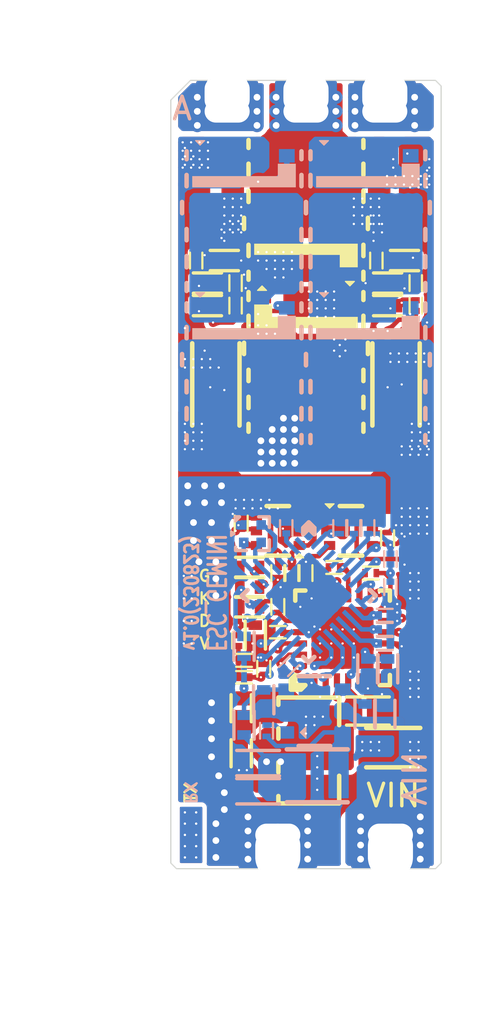
<source format=kicad_pcb>
(kicad_pcb (version 20221018) (generator pcbnew)
  (layers (0 "F.Cu" signal) (1 "In1.Cu" signal) (2 "In2.Cu" signal) (3 "In3.Cu" signal) (4 "In4.Cu" signal) (31 "B.Cu" signal) (34 "B.Paste" user) (35 "F.Paste" user) (36 "B.SilkS" user "B.Silkscreen") (37 "F.SilkS" user "F.Silkscreen") (38 "B.Mask" user) (39 "F.Mask" user) (44 "Edge.Cuts" user))
  (net 0 "")
  (net 1 "VBUS")
  (net 2 "GND")
  (net 3 "/CTRL/VBUS_SNS_U")
  (net 4 "Net-(U1A-~{RST})")
  (net 5 "/CTRL/BEMF_U")
  (net 6 "+3V3")
  (net 7 "/CTRL/BEMF")
  (net 8 "+6V")
  (net 9 "Net-(C27-Pad1)")
  (net 10 "Net-(U3-BST)")
  (net 11 "Net-(U3-SW)")
  (net 12 "/CTRL/VREF_U")
  (net 13 "/CTRL/PWM-CP")
  (net 14 "/CTRL/PWM-CN")
  (net 15 "/CTRL/PWM-BP")
  (net 16 "/CTRL/PWM-BN")
  (net 17 "/CTRL/PWM-AP")
  (net 18 "/CTRL/PWM-AN")
  (net 19 "Net-(U4-BST_C)")
  (net 20 "/CTRL/PHC")
  (net 21 "Net-(U4-BST_B)")
  (net 22 "/CTRL/PHB")
  (net 23 "Net-(U4-BST_A)")
  (net 24 "/CTRL/PHA")
  (net 25 "/CTRL/I_SNS_A")
  (net 26 "/CTRL/I_SNS_B")
  (net 27 "Net-(D1-Anode)")
  (net 28 "/CTRL/B")
  (net 29 "/CTRL/G")
  (net 30 "/CTRL/R")
  (net 31 "/CTRL/PWM_IN-P")
  (net 32 "/CTRL/PWM_IN-N")
  (net 33 "/CTRL/SWDIO")
  (net 34 "/CTRL/SWCLK")
  (net 35 "Net-(Q1-Gate)")
  (net 36 "Net-(Q2-Gate)")
  (net 37 "Net-(Q3-Gate)")
  (net 38 "Net-(Q4-Gate)")
  (net 39 "Net-(Q5-Gate)")
  (net 40 "Net-(Q6-Gate)")
  (net 41 "Net-(U1A-BOOT0)")
  (net 42 "Net-(U3-EN)")
  (net 43 "Net-(U3-FB)")
  (net 44 "Net-(U4-DT)")
  (net 45 "Net-(U4-TG_C)")
  (net 46 "Net-(U4-BG_C)")
  (net 47 "Net-(U4-TG_B)")
  (net 48 "Net-(U4-BG_B)")
  (net 49 "Net-(U4-TG_A)")
  (net 50 "Net-(U4-BG_A)")
  (net 63 "/GND_A")
  (net 64 "/GND_C")
  (footprint "001_GN_RCL_SMD:C0201(0603M)" (layer "F.Cu") (at 97.25 103.25)
    (fp_text reference "C27" hide)
    (fp_text value "10nF")
  )
  (footprint "001_GN_RCL_SMD:R0402(1005M)" (layer "F.Cu") (at 97.5 100 180)
    (fp_text reference "R3" hide)
    (fp_text value "11k")
  )
  (footprint "001_GN_RCL_SMD:R0402(1005M)" (layer "F.Cu") (at 96.375 85.5 180)
    (fp_text reference "R24" hide)
    (fp_text value "2.2R")
  )
  (footprint "001_GN_RCL_SMD:R0402(1005M)" (layer "F.Cu") (at 97.5 99.125 180)
    (fp_text reference "R5" hide)
    (fp_text value "11k")
  )
  (footprint "001_GN_RCL_SMD:R0402(1005M)" (layer "F.Cu") (at 95.625 87.5)
    (fp_text reference "R19" hide)
    (fp_text value "2.2R")
  )
  (footprint "003_GN_SMALL-SEMI_SMD:SOT-363" (layer "F.Cu") (at 102 97.5 180)
    (fp_text reference "U6" hide)
    (fp_text value "INA199A1")
  )
  (footprint "ESC:C0805(2012M)" (layer "F.Cu") (at 96 84.125 180)
    (fp_text reference "C14" hide)
    (fp_text value "10uF")
  )
  (footprint "001_GN_RCL_SMD:C0201(0603M)" (layer "F.Cu") (at 102.875 99.375)
    (fp_text reference "C42" hide)
    (fp_text value "1uF")
  )
  (footprint "001_GN_RCL_SMD:R0201(0603M)" (layer "F.Cu") (at 95.125 85.5 -90)
    (fp_text reference "R29" hide)
    (fp_text value "10k")
  )
  (footprint "ESC:C0805(2012M)" (layer "F.Cu") (at 100.875 94.75 -90)
    (fp_text reference "C3" hide)
    (fp_text value "10uF")
  )
  (footprint "001_GN_RCL_SMD:C0603(1608M)" (layer "F.Cu") (at 102.75 105.5)
    (fp_text reference "C41" hide)
    (fp_text value "10uF")
  )
  (footprint "001_GN_RCL_SMD:C0201(0603M)" (layer "F.Cu") (at 98.75 100.875 90)
    (fp_text reference "C44" hide)
    (fp_text value "1uF")
  )
  (footprint "302_MECH_PAD:SMP-C_b7" (layer "F.Cu") (at 94.75 100.499999)
    (fp_text reference "P6" hide)
    (fp_text value "K")
  )
  (footprint "302_MECH_PAD:SMP-C_b7" (layer "F.Cu") (at 94.75 101.5)
    (fp_text reference "P5" hide)
    (fp_text value "D")
  )
  (footprint "ESC:C0805(2012M)" (layer "F.Cu") (at 102.5 94.75 -90)
    (fp_text reference "C4" hide)
    (fp_text value "10uF")
  )
  (footprint "ESC:C0805(2012M)" (layer "F.Cu") (at 104 84.125)
    (fp_text reference "C16" hide)
    (fp_text value "10uF")
  )
  (footprint "ESC:C0805(2012M)" (layer "F.Cu") (at 96 82.5 180)
    (fp_text reference "C50" hide)
    (fp_text value "10uF")
  )
  (footprint "001_GN_RCL_SMD:C0402(1005M)" (layer "F.Cu") (at 97.125 105.375 -90)
    (fp_text reference "C25" hide)
    (fp_text value "1uF")
  )
  (footprint "001_GN_RCL_SMD:R0201(0603M)" (layer "F.Cu") (at 103.125 85.5 90)
    (fp_text reference "R26" hide)
    (fp_text value "10k")
  )
  (footprint "001_GN_RCL_SMD:R0402(1005M)" (layer "F.Cu") (at 97.75 102.125 -90)
    (fp_text reference "R4" hide)
    (fp_text value "680R")
  )
  (footprint "001_GN_RCL_SMD:R1206(3216M)" (layer "F.Cu") (at 96 91 90)
    (fp_text reference "R30" hide)
    (fp_text value "1mR")
  )
  (footprint "001_GN_RCL_SMD:R0201(0603M)" (layer "F.Cu") (at 97.25 104)
    (fp_text reference "R8" hide)
    (fp_text value "100")
  )
  (footprint "001_GN_RCL_SMD:R0201(0603M)" (layer "F.Cu") (at 104.875 87.5 -90)
    (fp_text reference "R21" hide)
    (fp_text value "10k")
  )
  (footprint "001_GN_RCL_SMD:C0402(1005M)" (layer "F.Cu") (at 97.125 107.375 90)
    (fp_text reference "C28" hide)
    (fp_text value "1uF")
  )
  (footprint "ESC:SMP-Q_2510" (layer "F.Cu") (at 94.9 111 90)
    (fp_text reference "P3" hide)
    (fp_text value "TX")
  )
  (footprint "ESC:EGP-Q_2722" (layer "F.Cu") (at 100 77.375 180)
    (fp_text reference "P10" hide)
    (fp_text value "Solder Pad")
  )
  (footprint "001_GN_RCL_SMD:R0201(0603M)" (layer "F.Cu") (at 96.875 87.5 -90)
    (fp_text reference "R25" hide)
    (fp_text value "10k")
  )
  (footprint "001_GN_RCL_SMD:C0201(0603M)" (layer "F.Cu") (at 103.625 97.825 90)
    (fp_text reference "C48" hide)
    (fp_text value "100pF")
  )
  (footprint "ESC:C0805(2012M)" (layer "F.Cu") (at 97.5 94.75 -90)
    (fp_text reference "C13" hide)
    (fp_text value "10uF")
  )
  (footprint "ESC:SON-FET_6050" (layer "F.Cu") (at 100 90 180)
    (fp_text reference "Q3" hide)
    (fp_text value "HSBA4052")
  )
  (footprint "ESC:C0805(2012M)" (layer "F.Cu") (at 104 82.5)
    (fp_text reference "C53" hide)
    (fp_text value "10uF")
  )
  (footprint "001_GN_RCL_SMD:R0201(0603M)" (layer "F.Cu") (at 97 102.375 -90)
    (fp_text reference "R6" hide)
    (fp_text value "100")
  )
  (footprint "ESC:C0805(2012M)" (layer "F.Cu") (at 99.125 94.75 -90)
    (fp_text reference "C2" hide)
    (fp_text value "10uF")
  )
  (footprint "004_GN_MIDDLE-SEMI_SMD:SOT-89_4525" (layer "F.Cu") (at 99.875 107.25 180)
    (fp_text reference "U2" hide)
    (fp_text value "GM7333")
  )
  (footprint "001_GN_RCL_SMD:C0201(0603M)" (layer "F.Cu") (at 100 99.375 -90)
    (fp_text reference "C45" hide)
    (fp_text value "100nF")
  )
  (footprint "001_GN_RCL_SMD:R0402(1005M)" (layer "F.Cu") (at 95.625 86.5)
    (fp_text reference "R23" hide)
    (fp_text value "2.2R")
  )
  (footprint "001_GN_RCL_SMD:R0201(0603M)" (layer "F.Cu") (at 98.75 102)
    (fp_text reference "R16" hide)
    (fp_text value "100k")
  )
  (footprint "001_GN_RCL_SMD:R0201(0603M)" (layer "F.Cu") (at 104.875 86.5 90)
    (fp_text reference "R22" hide)
    (fp_text value "10k")
  )
  (footprint "001_GN_RCL_SMD:R0201(0603M)" (layer "F.Cu") (at 96.875 86.5 -90)
    (fp_text reference "R28" hide)
    (fp_text value "10k")
  )
  (footprint "ESC:C0805(2012M)" (layer "F.Cu") (at 104 80.875)
    (fp_text reference "C54" hide)
    (fp_text value "10uF")
  )
  (footprint "ESC:C0805(2012M)" (layer "F.Cu") (at 96 80.875 180)
    (fp_text reference "C51" hide)
    (fp_text value "10uF")
  )
  (footprint "ESC:EGP-Q_2722" (layer "F.Cu") (at 96.5 77.375 180)
    (fp_text reference "P9" hide)
    (fp_text value "Solder Pad")
  )
  (footprint "001_GN_RCL_SMD:R0402(1005M)" (layer "F.Cu") (at 103.625 87.5)
    (fp_text reference "R17" hide)
    (fp_text value "2.2R")
  )
  (footprint "001_GN_RCL_SMD:C0201(0603M)" (layer "F.Cu") (at 98.125 103.625 90)
    (fp_text reference "C29" hide)
    (fp_text value "10nF")
  )
  (footprint "302_MECH_PAD:SMP-C_b7" (layer "F.Cu") (at 94.75 99.5)
    (fp_text reference "P2" hide)
    (fp_text value "G")
  )
  (footprint "302_MECH_PAD:SMP-C_b7" (layer "F.Cu") (at 94.75 102.5)
    (fp_text reference "P1" hide)
    (fp_text value "V")
  )
  (footprint "003_GN_SMALL-SEMI_SMD:SOT-363" (layer "F.Cu") (at 98.75 97.5)
    (fp_text reference "U5" hide)
    (fp_text value "INA199A1")
  )
  (footprint "004_GN_MIDDLE-SEMI_SMD:QFN-24_4040" (layer "F.Cu") (at 101.625 102.25 90)
    (fp_text reference "U4" hide)
    (fp_text value "DRV8300D")
  )
  (footprint "001_GN_RCL_SMD:R0402(1005M)" (layer "F.Cu") (at 104.375 85.5 180)
    (fp_text reference "R20" hide)
    (fp_text value "2.2R")
  )
  (footprint "001_GN_RCL_SMD:R1206(3216M)" (layer "F.Cu") (at 104 91 90)
    (fp_text reference "R27" hide)
    (fp_text value "1mR")
  )
  (footprint "001_GN_RCL_SMD:C0201(0603M)" (layer "F.Cu") (at 99.375 99.375 -90)
    (fp_text reference "C46" hide)
    (fp_text value "10nF")
  )
  (footprint "001_GN_RCL_SMD:R0402(1005M)" (layer "F.Cu") (at 97.5 100.874999 180)
    (fp_text reference "R2" hide)
    (fp_text value "11k")
  )
  (footprint "001_GN_RCL_SMD:C0201(0603M)" (layer "F.Cu") (at 97.125 97.175 -90)
    (fp_text reference "C49" hide)
    (fp_text value "100pF")
  )
  (footprint "ESC:SON-FET_6050" (layer "F.Cu") (at 100 83.25)
    (fp_text reference "Q4" hide)
    (fp_text value "HSBA4052")
  )
  (footprint "001_GN_RCL_SMD:R0805(2012M)" (layer "F.Cu") (at 103.875 107.125)
    (fp_text reference "R31" hide)
    (fp_text value "SDV2012A300C181NPTF")
  )
  (footprint "ESC:EGP-Q_2722" (layer "F.Cu") (at 103.5 77.375 180)
    (fp_text reference "P11" hide)
    (fp_text value "Solder Pad")
  )
  (footprint "ESC:EGP-Q_3525" (layer "F.Cu") (at 98.75 112.5)
    (fp_text reference "P8" hide)
    (fp_text value "Solder Pad")
  )
  (footprint "ESC:EGP-Q_3525" (layer "F.Cu") (at 103.75 112.5)
    (fp_text reference "P7" hide)
    (fp_text value "Solder Pad")
  )
  (footprint "001_GN_RCL_SMD:C0201(0603M)" (layer "F.Cu") (at 98.75 99.375 -90)
    (fp_text reference "C47" hide)
    (fp_text value "100nF")
  )
  (footprint "001_GN_RCL_SMD:R0402(1005M)" (layer "F.Cu") (at 103.625 86.5)
    (fp_text reference "R18" hide)
    (fp_text value "2.2R")
  )
  (footprint "001_GN_RCL_SMD:C0201(0603M)" (layer "F.Cu") (at 101.25 99.125)
    (fp_text reference "C43" hide)
    (fp_text value "1uF")
  )
  (footprint "003_GN_SMALL-SEMI_SMD:SOT-23-6" (layer "B.Cu") (at 100.375 105.5 180)
    (fp_text reference "U3" hide)
    (fp_text value "LGS5148")
  )
  (footprint "001_GN_RCL_SMD:R0201(0603M)" (layer "B.Cu") (at 103.75 98.75 -90)
    (fp_text reference "R9" hide)
    (fp_text value "10k")
  )
  (footprint "ESC:C0805(2012M)" (layer "B.Cu") (at 95.124999 95.25 -90)
    (fp_text reference "C7" hide)
    (fp_text value "10uF")
  )
  (footprint "001_GN_RCL_SMD:C0201(0603M)" (layer "B.Cu") (at 101.5 97.375 90)
    (fp_text reference "C20" hide)
    (fp_text value "100nF")
  )
  (footprint "ESC:C0805(2012M)" (layer "B.Cu") (at 100 95.25 -90)
    (fp_text reference "C10" hide)
    (fp_text value "10uF")
  )
  (footprint "001_GN_RCL_SMD:C0603(1608M)" (layer "B.Cu") (at 97.875 109 180)
    (fp_text reference "C34" hide)
    (fp_text value "10uF")
  )
  (footprint "ESC:SON-FET_6050" (layer "B.Cu") (at 97.25 90.5)
    (fp_text reference "Q5" hide)
    (fp_text value "HSBA4052")
  )
  (footprint "ESC:SON-FET_6050" (layer "B.Cu") (at 97.25 83.75)
    (fp_text reference "Q6" hide)
    (fp_text value "HSBA4052")
  )
  (footprint "003_GN_SMALL-SEMI_SMD:LED-4_1010" (layer "B.Cu") (at 97.625 97.625 180)
    (fp_text reference "D1" hide)
    (fp_text value "NH-B1010RGBT-HF")
  )
  (footprint "001_GN_RCL_SMD:C0201(0603M)" (layer "B.Cu") (at 98.250001 106.375 -90)
    (fp_text reference "C30" hide)
    (fp_text value "100nF")
  )
  (footprint "001_GN_RCL_SMD:C0201(0603M)" (layer "B.Cu") (at 99.25 103.5 -135)
    (fp_text reference "C21" hide)
    (fp_text value "100nF")
  )
  (footprint "001_GN_RCL_SMD:R0402(1005M)" (layer "B.Cu") (at 97.25 106.125 90)
    (fp_text reference "R11" hide)
    (fp_text value "68k")
  )
  (footprint "ESC:C0805(2012M)" (layer "B.Cu") (at 101.625 95.25 -90)
    (fp_text reference "C11" hide)
    (fp_text value "10uF")
  )
  (footprint "008_GN_POWER-CHOKE_SMD:MC-2520" (layer "B.Cu") (at 100.5 108.375 180)
    (fp_text reference "L1" hide)
    (fp_text value "22uH")
  )
  (footprint "ESC:C0805(2012M)" (layer "B.Cu") (at 96.75 95.25 -90)
    (fp_text reference "C8" hide)
    (fp_text value "10uF")
  )
  (footprint "001_GN_RCL_SMD:C0201(0603M)" (layer "B.Cu") (at 102.75 97.375 90)
    (fp_text reference "C22" hide)
    (fp_text value "100nF")
  )
  (footprint "001_GN_RCL_SMD:R0201(0603M)" (layer "B.Cu") (at 99.125 97.375 90)
    (fp_text reference "R1" hide)
    (fp_text value "10k")
  )
  (footprint "001_GN_RCL_SMD:R0402(1005M)" (layer "B.Cu") (at 98.125 105 90)
    (fp_text reference "R12" hide)
    (fp_text value "10k")
  )
  (footprint "001_GN_RCL_SMD:C0201(0603M)" (layer "B.Cu") (at 102.125 97.375 90)
    (fp_text reference "C18" hide)
    (fp_text value "100nF")
  )
  (footprint "001_GN_RCL_SMD:R0402(1005M)" (layer "B.Cu") (at 97.25 102.625 90)
    (fp_text reference "R15" hide)
    (fp_text value "330R")
  )
  (footprint "001_GN_RCL_SMD:C0402(1005M)" (layer "B.Cu") (at 103.5 105.625 90)
    (fp_text reference "C26" hide)
    (fp_text value "100nF")
  )
  (footprint "ESC:C0805(2012M)" (layer "B.Cu") (at 98.375 95.25 -90)
    (fp_text reference "C9" hide)
    (fp_text value "10uF")
  )
  (footprint "ESC:QFN-32_4040" (layer "B.Cu") (at 100.125 100.375 -135)
    (fp_text reference "U1" hide)
    (fp_text value "AT32F413KCU7-4")
  )
  (footprint "ESC:C0805(2012M)" (layer "B.Cu") (at 103.875 95.875 180)
    (fp_text reference "C12" hide)
    (fp_text value "10uF")
  )
  (footprint "ESC:SON-FET_6050" (layer "B.Cu") (at 102.75 83.75)
    (fp_text reference "Q2" hide)
    (fp_text value "HSBA4052")
  )
  (footprint "001_GN_RCL_SMD:C0201(0603M)" (layer "B.Cu") (at 103.5 101.25)
    (fp_text reference "C19" hide)
    (fp_text value "10nF")
  )
  (footprint "001_GN_RCL_SMD:C0201(0603M)" (layer "B.Cu") (at 103.5 102.5)
    (fp_text reference "C31" hide)
    (fp_text value "10nF")
  )
  (footprint "001_GN_RCL_SMD:R0402(1005M)" (layer "B.Cu") (at 102.625 105.625 90)
    (fp_text reference "R7" hide)
    (fp_text value "1Meg")
  )
  (footprint "001_GN_RCL_SMD:C0603(1608M)" (layer "B.Cu") (at 97.875 107.875001 180)
    (fp_text reference "C33" hide)
    (fp_text value "10uF")
  )
  (footprint "ESC:SMP-Q_2510" (layer "B.Cu") (at 94.9 111 -90)
    (fp_text reference "P4" hide)
    (fp_text value "RX")
  )
  (footprint "ESC:C0805(2012M)" (layer "B.Cu") (at 103.125 107.875 90)
    (fp_text reference "C24" hide)
    (fp_text value "4.7uF")
  )
  (footprint "ESC:SON-FET_6050" (layer "B.Cu") (at 102.75 90.5)
    (fp_text reference "Q1" hide)
    (fp_text value "HSBA4052")
  )
  (footprint "001_GN_RCL_SMD:R0201(0603M)" (layer "B.Cu") (at 103.75 100 -90)
    (fp_text reference "R10" hide)
    (fp_text value "10k")
  )
  (footprint "001_GN_RCL_SMD:R0402(1005M)" (layer "B.Cu") (at 103.625 103.625 90)
    (fp_text reference "R13" hide)
    (fp_text value "11k")
  )
  (footprint "001_GN_RCL_SMD:C0201(0603M)" (layer "B.Cu") (at 103.5 101.875)
    (fp_text reference "C17" hide)
    (fp_text value "10nF")
  )
  (footprint "001_GN_RCL_SMD:R0402(1005M)" (layer "B.Cu") (at 102.75 103.625 -90)
    (fp_text reference "R14" hide)
    (fp_text value "1k")
  )
  (gr_poly (pts (xy 94.25 112.5) (xy 94 112.25) (xy 94 78.375) (xy 94.875 77.5) (xy 105.75 77.5) (xy 106 77.75) (xy 106 112.25) (xy 105.75 112.5)) (stroke (width 0.05)) (fill none) (layer "Edge.Cuts"))
  (gr_text "VIN" (at 104.75 108.5 -90) (layer "B.SilkS") (effects (font (size 1 1)) (justify mirror)))
  (gr_text "v1.0(230823)" (at 94.875 100.25 270) (layer "B.SilkS") (effects (font (size 0.6 0.5) (thickness 0.125) bold) (justify mirror)))
  (gr_text "A" (at 94.5 78.75) (layer "B.SilkS") (effects (font (size 1 1)) (justify mirror)))
  (gr_text "ESC_GEMINI" (at 96 100.25 270) (layer "B.SilkS") (effects (font (size 0.8 0.6) (thickness 0.125) bold) (justify mirror)))
  (gr_text "A" (at 94.5 78.75) (layer "F.SilkS") (effects (font (size 1 1))))
  (gr_text "VIN" (at 103.875 109.25) (layer "F.SilkS") (effects (font (size 1 1))))
  (via micro (at 103.375 84.25) (size 0.4) (drill 0.1) (layers "F.Cu" "In1.Cu") (net 1))
  (via (at 99 93) (size 0.6) (drill 0.3) (layers "F.Cu" "B.Cu") (net 1))
  (via micro (at 101.75 89.5) (size 0.4) (drill 0.1) (layers "F.Cu" "In1.Cu") (net 1))
  (via (at 99.5 93.5) (size 0.6) (drill 0.3) (layers "F.Cu" "B.Cu") (net 1))
  (via (at 99.5 94) (size 0.6) (drill 0.3) (layers "F.Cu" "B.Cu") (net 1))
  (via micro (at 97.5 88.375) (size 0.4) (drill 0.1) (layers "F.Cu" "In1.Cu") (net 1))
  (via (at 105.075 110.825) (size 0.6) (drill 0.3) (layers "F.Cu" "B.Cu") (net 1))
  (via micro (at 97 83.75) (size 0.4) (drill 0.1) (layers "F.Cu" "In1.Cu") (net 1))
  (via micro (at 98.25 88.375) (size 0.4) (drill 0.1) (layers "F.Cu" "In1.Cu") (net 1))
  (via micro (at 103 84.625) (size 0.4) (drill 0.1) (layers "F.Cu" "In1.Cu") (net 1))
  (via (at 99.5 94.5) (size 0.6) (drill 0.3) (layers "F.Cu" "B.Cu") (net 1))
  (via micro (at 101.5 89.75) (size 0.4) (drill 0.1) (layers "F.Cu" "In1.Cu") (net 1))
  (via (at 98 94.5) (size 0.6) (drill 0.3) (layers "F.Cu" "B.Cu") (net 1))
  (via micro (at 96.625 83.75) (size 0.4) (drill 0.1) (layers "F.Cu" "In1.Cu") (net 1))
  (via micro (at 96.625 84.125) (size 0.4) (drill 0.1) (layers "F.Cu" "In1.Cu") (net 1))
  (via micro (at 101.25 89.5) (size 0.4) (drill 0.1) (layers "F.Cu" "In1.Cu") (net 1))
  (via micro (at 98.625 88.75) (size 0.4) (drill 0.1) (layers "F.Cu" "In1.Cu") (net 1))
  (via (at 105.075 112.075) (size 0.6) (drill 0.3) (layers "F.Cu" "B.Cu") (net 1))
  (via (at 99 94.5) (size 0.6) (drill 0.3) (layers "F.Cu" "B.Cu") (net 1))
  (via (at 99 93.5) (size 0.6) (drill 0.3) (layers "F.Cu" "B.Cu") (net 1))
  (via (at 98.5 94.5) (size 0.6) (drill 0.3) (layers "F.Cu" "B.Cu") (net 1))
  (via micro (at 103.375 83.875) (size 0.4) (drill 0.1) (layers "F.Cu" "In1.Cu") (net 1))
  (via (at 98 93.5) (size 0.6) (drill 0.3) (layers "F.Cu" "B.Cu") (net 1))
  (via (at 99 92.5) (size 0.6) (drill 0.3) (layers "F.Cu" "B.Cu") (net 1))
  (via (at 102.425 110.825) (size 0.6) (drill 0.3) (layers "F.Cu" "B.Cu") (net 1))
  (via (at 99.5 93) (size 0.6) (drill 0.3) (layers "F.Cu" "B.Cu") (net 1))
  (via micro (at 96.25 84.5) (size 0.4) (drill 0.1) (layers "F.Cu" "In1.Cu") (net 1))
  (via (at 102.425 111.45) (size 0.6) (drill 0.3) (layers "F.Cu" "B.Cu") (net 1))
  (via (at 105.075 110.2) (size 0.6) (drill 0.3) (layers "F.Cu" "B.Cu") (net 1))
  (via (at 102.425 112.075) (size 0.6) (drill 0.3) (layers "F.Cu" "B.Cu") (net 1))
  (via (at 105.075 111.45) (size 0.6) (drill 0.3) (layers "F.Cu" "B.Cu") (net 1))
  (via (at 98.5 94) (size 0.6) (drill 0.3) (layers "F.Cu" "B.Cu") (net 1))
  (via (at 99 94) (size 0.6) (drill 0.3) (layers "F.Cu" "B.Cu") (net 1))
  (via (at 98.5 93.5) (size 0.6) (drill 0.3) (layers "F.Cu" "B.Cu") (net 1))
  (via (at 98 94) (size 0.6) (drill 0.3) (layers "F.Cu" "B.Cu") (net 1))
  (via micro (at 103 83.5) (size 0.4) (drill 0.1) (layers "F.Cu" "In1.Cu") (net 1))
  (via micro (at 98.25 88.75) (size 0.4) (drill 0.1) (layers "F.Cu" "In1.Cu") (net 1))
  (via (at 99.5 92.5) (size 0.6) (drill 0.3) (layers "F.Cu" "B.Cu") (net 1))
  (via micro (at 101.5 89.25) (size 0.4) (drill 0.1) (layers "F.Cu" "In1.Cu") (net 1))
  (via micro (at 101.75 89) (size 0.4) (drill 0.1) (layers "F.Cu" "In1.Cu") (net 1))
  (via micro (at 97 84.125) (size 0.4) (drill 0.1) (layers "F.Cu" "In1.Cu") (net 1))
  (via micro (at 103 84.25) (size 0.4) (drill 0.1) (layers "F.Cu" "In1.Cu") (net 1))
  (via micro (at 101.25 89) (size 0.4) (drill 0.1) (layers "F.Cu" "In1.Cu") (net 1))
  (via micro (at 103 83.875) (size 0.4) (drill 0.1) (layers "F.Cu" "In1.Cu") (net 1))
  (via (at 98.5 93) (size 0.6) (drill 0.3) (layers "F.Cu" "B.Cu") (net 1))
  (via micro (at 97.875 88.75) (size 0.4) (drill 0.1) (layers "F.Cu" "In1.Cu") (net 1))
  (via (at 102.425 110.2) (size 0.6) (drill 0.3) (layers "F.Cu" "B.Cu") (net 1))
  (via micro (at 97.875 88.375) (size 0.4) (drill 0.1) (layers "F.Cu" "In1.Cu") (net 1))
  (via micro (at 96.25 84.125) (size 0.4) (drill 0.1) (layers "F.Cu" "In1.Cu") (net 1))
  (via micro (at 104.625 99.75) (size 0.4) (drill 0.1) (layers "In4.Cu" "B.Cu") (net 1))
  (via micro (at 104.625 104.125) (size 0.4) (drill 0.1) (layers "In4.Cu" "B.Cu") (net 1))
  (via micro (at 104.625 93.75) (size 0.4) (drill 0.1) (layers "In4.Cu" "B.Cu") (net 1))
  (via micro (at 104.625 96.5) (size 0.4) (drill 0.1) (layers "In4.Cu" "B.Cu") (net 1))
  (via micro (at 105 100.5) (size 0.4) (drill 0.1) (layers "In4.Cu" "B.Cu") (net 1))
  (via micro (at 104.625 107.625) (size 0.4) (drill 0.1) (layers "In4.Cu" "B.Cu") (net 1))
  (via micro (at 105.375 97.25) (size 0.4) (drill 0.1) (layers "In4.Cu" "B.Cu") (net 1))
  (via micro (at 104.625 104.875) (size 0.4) (drill 0.1) (layers "In4.Cu" "B.Cu") (net 1))
  (via micro (at 104.625 99.375) (size 0.4) (drill 0.1) (layers "In4.Cu" "B.Cu") (net 1))
  (via micro (at 104.625 97.625) (size 0.4) (drill 0.1) (layers "In4.Cu" "B.Cu") (net 1))
  (via micro (at 104.625 100.5) (size 0.4) (drill 0.1) (layers "In4.Cu" "B.Cu") (net 1))
  (via micro (at 104.25 96.875) (size 0.4) (drill 0.1) (layers "In4.Cu" "B.Cu") (net 1))
  (via micro (at 105 99.75) (size 0.4) (drill 0.1) (layers "In4.Cu" "B.Cu") (net 1))
  (via micro (at 105 100.125) (size 0.4) (drill 0.1) (layers "In4.Cu" "B.Cu") (net 1))
  (via micro (at 105 108) (size 0.4) (drill 0.1) (layers "In4.Cu" "B.Cu") (net 1))
  (via micro (at 104.25 94.125) (size 0.4) (drill 0.1) (layers "In4.Cu" "B.Cu") (net 1))
  (via micro (at 105 107.25) (size 0.4) (drill 0.1) (layers "In4.Cu" "B.Cu") (net 1))
  (via micro (at 105 93.75) (size 0.4) (drill 0.1) (layers "In4.Cu" "B.Cu") (net 1))
  (via micro (at 104.625 107.25) (size 0.4) (drill 0.1) (layers "In4.Cu" "B.Cu") (net 1))
  (via micro (at 105.375 94.125) (size 0.4) (drill 0.1) (layers "In4.Cu" "B.Cu") (net 1))
  (via micro (at 104.625 103.75) (size 0.4) (drill 0.1) (layers "In4.Cu" "B.Cu") (net 1))
  (via micro (at 105 107.625) (size 0.4) (drill 0.1) (layers "In4.Cu" "B.Cu") (net 1))
  (via micro (at 105 106.875) (size 0.4) (drill 0.1) (layers "In4.Cu" "B.Cu") (net 1))
  (via micro (at 104.25 97.625) (size 0.4) (drill 0.1) (layers "In4.Cu" "B.Cu") (net 1))
  (via micro (at 105 99.375) (size 0.4) (drill 0.1) (layers "In4.Cu" "B.Cu") (net 1))
  (via micro (at 105 96.875) (size 0.4) (drill 0.1) (layers "In4.Cu" "B.Cu") (net 1))
  (via micro (at 105 97.625) (size 0.4) (drill 0.1) (layers "In4.Cu" "B.Cu") (net 1))
  (via micro (at 104.625 94.125) (size 0.4) (drill 0.1) (layers "In4.Cu" "B.Cu") (net 1))
  (via micro (at 104.625 106.875) (size 0.4) (drill 0.1) (layers "In4.Cu" "B.Cu") (net 1))
  (via micro (at 104.625 97.25) (size 0.4) (drill 0.1) (layers "In4.Cu" "B.Cu") (net 1))
  (via micro (at 105 94.125) (size 0.4) (drill 0.1) (layers "In4.Cu" "B.Cu") (net 1))
  (via micro (at 104.25 93.75) (size 0.4) (drill 0.1) (layers "In4.Cu" "B.Cu") (net 1))
  (via micro (at 105 104.125) (size 0.4) (drill 0.1) (layers "In4.Cu" "B.Cu") (net 1))
  (via micro (at 105.375 93.75) (size 0.4) (drill 0.1) (layers "In4.Cu" "B.Cu") (net 1))
  (via micro (at 105 103.75) (size 0.4) (drill 0.1) (layers "In4.Cu" "B.Cu") (net 1))
  (via micro (at 104.25 97.25) (size 0.4) (drill 0.1) (layers "In4.Cu" "B.Cu") (net 1))
  (via micro (at 104.625 108) (size 0.4) (drill 0.1) (layers "In4.Cu" "B.Cu") (net 1))
  (via micro (at 105.375 96.5) (size 0.4) (drill 0.1) (layers "In4.Cu" "B.Cu") (net 1))
  (via micro (at 104.625 100.125) (size 0.4) (drill 0.1) (layers "In4.Cu" "B.Cu") (net 1))
  (via micro (at 104.25 96.5) (size 0.4) (drill 0.1) (layers "In4.Cu" "B.Cu") (net 1))
  (via micro (at 105 97.25) (size 0.4) (drill 0.1) (layers "In4.Cu" "B.Cu") (net 1))
  (via micro (at 105 96.5) (size 0.4) (drill 0.1) (layers "In4.Cu" "B.Cu") (net 1))
  (via micro (at 105 104.5) (size 0.4) (drill 0.1) (layers "In4.Cu" "B.Cu") (net 1))
  (via micro (at 104.625 104.5) (size 0.4) (drill 0.1) (layers "In4.Cu" "B.Cu") (net 1))
  (via micro (at 104.625 96.875) (size 0.4) (drill 0.1) (layers "In4.Cu" "B.Cu") (net 1))
  (via micro (at 105.375 96.875) (size 0.4) (drill 0.1) (layers "In4.Cu" "B.Cu") (net 1))
  (via micro (at 105 104.875) (size 0.4) (drill 0.1) (layers "In4.Cu" "B.Cu") (net 1))
  (via micro (at 105.375 97.625) (size 0.4) (drill 0.1) (layers "In4.Cu" "B.Cu") (net 1))
  (segment (start 103.675 97.575) (end 103.625 97.575) (width 0.2) (layer "F.Cu") (net 2))
  (segment (start 102.95 97.5) (end 103.025 97.575) (width 0.2) (layer "F.Cu") (net 2))
  (segment (start 104 97.25) (end 103.675 97.575) (width 0.2) (layer "F.Cu") (net 2))
  (segment (start 96.95 97.425) (end 97.125 97.425) (width 0.2) (layer "F.Cu") (net 2))
  (segment (start 104 91.5) (end 104 92.4625) (width 0.2) (layer "F.Cu") (net 2))
  (segment (start 100.4125 85.975) (end 101.125 85.2625) (width 0.2) (layer "F.Cu") (net 2))
  (segment (start 103.125 85.2625) (end 101.125 85.2625) (width 0.2) (layer "F.Cu") (net 2))
  (segment (start 99.375 85.975) (end 100.4125 85.975) (width 0.2) (layer "F.Cu") (net 2))
  (segment (start 97.725 97.425) (end 97.125 97.425) (width 0.2) (layer "F.Cu") (net 2))
  (segment (start 96.875 97.5) (end 96.95 97.425) (width 0.2) (layer "F.Cu") (net 2))
  (segment (start 103.025 97.575) (end 103.625 97.575) (width 0.2) (layer "F.Cu") (net 2))
  (segment (start 97.8 97.5) (end 97.725 97.425) (width 0.2) (layer "F.Cu") (net 2))
  (segment (start 103.625 91.125) (end 104 91.5) (width 0.2) (layer "F.Cu") (net 2))
  (segment (start 96.375 91.25) (end 96 91.625) (width 0.2) (layer "F.Cu") (net 2))
  (segment (start 96 91.625) (end 96 92.4625) (width 0.2) (layer "F.Cu") (net 2))
  (via micro (at 102.125 103.125) (size 0.4) (drill 0.1) (layers "F.Cu" "In1.Cu") (net 2))
  (via (at 97.425 112.075) (size 0.6) (drill 0.3) (layers "F.Cu" "B.Cu") (net 2))
  (via (at 95.806999 106.732) (size 0.6) (drill 0.3) (layers "F.Cu" "B.Cu") (net 2))
  (via (at 95.806999 97.132) (size 0.6) (drill 0.3) (layers "F.Cu" "B.Cu") (net 2))
  (via (at 95.5 95.5) (size 0.6) (drill 0.3) (layers "F.Cu" "B.Cu") (net 2))
  (via micro (at 104.7 92.75) (size 0.4) (drill 0.1) (layers "F.Cu" "In1.Cu") (net 2))
  (via (at 96 110.5) (size 0.6) (drill 0.3) (layers "F.Cu" "B.Cu") (net 2))
  (via micro (at 101.625 102.5) (size 0.4) (drill 0.1) (layers "F.Cu" "In1.Cu") (net 2))
  (via micro (at 97.625 102.5) (size 0.4) (drill 0.1) (layers "F.Cu" "In1.Cu") (net 2))
  (via (at 97.425 110.825) (size 0.6) (drill 0.3) (layers "F.Cu" "B.Cu") (net 2))
  (via micro (at 96.375 91.25) (size 0.4) (drill 0.1) (layers "F.Cu" "In1.Cu") (net 2))
  (via micro (at 98.625 86.25) (size 0.4) (drill 0.1) (layers "F.Cu" "In1.Cu") (net 2))
  (via micro (at 95 93.125) (size 0.4) (drill 0.1) (layers "F.Cu" "In1.Cu") (net 2))
  (via micro (at 98.625 85.5) (size 0.4) (drill 0.1) (layers "F.Cu" "In1.Cu") (net 2))
  (via micro (at 94.925 99.5) (size 0.4) (drill 0.1) (layers "F.Cu" "In1.Cu") (net 2))
  (via micro (at 99.375 85.875) (size 0.4) (drill 0.1) (layers "F.Cu" "In1.Cu") (net 2))
  (via (at 96 112) (size 0.6) (drill 0.3) (layers "F.Cu" "B.Cu") (net 2))
  (via micro (at 95 92.75) (size 0.4) (drill 0.1) (layers "F.Cu" "In1.Cu") (net 2))
  (via (at 100.075 110.2) (size 0.6) (drill 0.3) (layers "F.Cu" "B.Cu") (net 2))
  (via (at 96 100.375) (size 0.6) (drill 0.3) (layers "F.Cu" "B.Cu") (net 2))
  (via micro (at 105.075 92.75) (size 0.4) (drill 0.1) (layers "F.Cu" "In1.Cu") (net 2))
  (via micro (at 98.975 97.4) (size 0.4) (drill 0.1) (layers "F.Cu" "In1.Cu") (net 2))
  (via micro (at 95.375 92.75) (size 0.4) (drill 0.1) (layers "F.Cu" "In1.Cu") (net 2))
  (via micro (at 95.375 93.5) (size 0.4) (drill 0.1) (layers "F.Cu" "In1.Cu") (net 2))
  (via (at 100.075 110.825) (size 0.6) (drill 0.3) (layers "F.Cu" "B.Cu") (net 2))
  (via micro (at 101.125 103.125) (size 0.4) (drill 0.1) (layers "F.Cu" "In1.Cu") (net 2))
  (via micro (at 101.125 102.5) (size 0.4) (drill 0.1) (layers "F.Cu" "In1.Cu") (net 2))
  (via (at 96.125 108.375) (size 0.6) (drill 0.3) (layers "F.Cu" "B.Cu") (net 2))
  (via micro (at 95.375 93.125) (size 0.4) (drill 0.1) (layers "F.Cu" "In1.Cu") (net 2))
  (via micro (at 99.375 85.125) (size 0.4) (drill 0.1) (layers "F.Cu" "In1.Cu") (net 2))
  (via (at 96.25 96.25) (size 0.6) (drill 0.3) (layers "F.Cu" "B.Cu") (net 2))
  (via (at 95.806999 97.932) (size 0.6) (drill 0.3) (layers "F.Cu" "B.Cu") (net 2))
  (via (at 94.75 95.5) (size 0.6) (drill 0.3) (layers "F.Cu" "B.Cu") (net 2))
  (via micro (at 105.45 93.875) (size 0.4) (drill 0.1) (layers "F.Cu" "In1.Cu") (net 2))
  (via micro (at 99 86.25) (size 0.4) (drill 0.1) (layers "F.Cu" "In1.Cu") (net 2))
  (via micro (at 105.075 93.875) (size 0.4) (drill 0.1) (layers "F.Cu" "In1.Cu") (net 2))
  (via (at 96.375 109.875) (size 0.6) (drill 0.3) (layers "F.Cu" "B.Cu") (net 2))
  (via micro (at 101.625 103.125) (size 0.4) (drill 0.1) (layers "F.Cu" "In1.Cu") (net 2))
  (via micro (at 105.45 93.5) (size 0.4) (drill 0.1) (layers "F.Cu" "In1.Cu") (net 2))
  (via (at 95.006999 97.132) (size 0.6) (drill 0.3) (layers "F.Cu" "B.Cu") (net 2))
  (via (at 97.425 111.45) (size 0.6) (drill 0.3) (layers "F.Cu" "B.Cu") (net 2))
  (via micro (at 103.625 91.125) (size 0.4) (drill 0.1) (layers "F.Cu" "In1.Cu") (net 2))
  (via (at 95.25 98.875) (size 0.6) (drill 0.3) (layers "F.Cu" "B.Cu") (net 2))
  (via micro (at 105.075 93.5) (size 0.4) (drill 0.1) (layers "F.Cu" "In1.Cu") (net 2))
  (via micro (at 102.125 102.5) (size 0.4) (drill 0.1) (layers "F.Cu" "In1.Cu") (net 2))
  (via micro (at 96.875 97.5) (size 0.4) (drill 0.1) (layers "F.Cu" "In1.Cu") (net 2))
  (via micro (at 102.125 101.875) (size 0.4) (drill 0.1) (layers "F.Cu" "In1.Cu") (net 2))
  (via (at 96 98.875) (size 0.6) (drill 0.3) (layers "F.Cu" "B.Cu") (net 2))
  (via micro (at 105.45 92.75) (size 0.4) (drill 0.1) (layers "F.Cu" "In1.Cu") (net 2))
  (via micro (at 100.625 101.875) (size 0.4) (drill 0.1) (layers "F.Cu" "In1.Cu") (net 2))
  (via micro (at 104.7 93.5) (size 0.4) (drill 0.1) (layers "F.Cu" "In1.Cu") (net 2))
  (via micro (at 94.625 93.125) (size 0.4) (drill 0.1) (layers "F.Cu" "In1.Cu") (net 2))
  (via micro (at 105.45 93.125) (size 0.4) (drill 0.1) (layers "F.Cu" "In1.Cu") (net 2))
  (via micro (at 97.875 103.125) (size 0.4) (drill 0.1) (layers "F.Cu" "In1.Cu") (net 2))
  (via (at 96.25 95.5) (size 0.6) (drill 0.3) (layers "F.Cu" "B.Cu") (net 2))
  (via micro (at 97.875 85.5) (size 0.4) (drill 0.1) (layers "F.Cu" "In1.Cu") (net 2))
  (via micro (at 94.625 92.75) (size 0.4) (drill 0.1) (layers "F.Cu" "In1.Cu") (net 2))
  (via micro (at 94.625 93.875) (size 0.4) (drill 0.1) (layers "F.Cu" "In1.Cu") (net 2))
  (via micro (at 98.625 85.875) (size 0.4) (drill 0.1) (layers "F.Cu" "In1.Cu") (net 2))
  (via micro (at 95.375 93.875) (size 0.4) (drill 0.1) (layers "F.Cu" "In1.Cu") (net 2))
  (via micro (at 94.625 93.5) (size 0.4) (drill 0.1) (layers "F.Cu" "In1.Cu") (net 2))
  (via micro (at 95 93.5) (size 0.4) (drill 0.1) (layers "F.Cu" "In1.Cu") (net 2))
  (via micro (at 99.375 85.5) (size 0.4) (drill 0.1) (layers "F.Cu" "In1.Cu") (net 2))
  (via (at 96.375 109.125) (size 0.6) (drill 0.3) (layers "F.Cu" "B.Cu") (net 2))
  (via micro (at 97.625 102.875) (size 0.4) (drill 0.1) (layers "F.Cu" "In1.Cu") (net 2))
  (via (at 95.5 96.25) (size 0.6) (drill 0.3) (layers "F.Cu" "B.Cu") (net 2))
  (via micro (at 97.875 85.125) (size 0.4) (drill 0.1) (layers "F.Cu" "In1.Cu") (net 2))
  (via (at 95.806999 105.932) (size 0.6) (drill 0.3) (layers "F.Cu" "B.Cu") (net 2))
  (via micro (at 98.25 103.25) (size 0.4) (drill 0.1) (layers "F.Cu" "In1.Cu") (net 2))
  (via (at 100.075 112.075) (size 0.6) (drill 0.3) (layers "F.Cu" "B.Cu") (net 2))
  (via micro (at 98.875 100) (size 0.4) (drill 0.1) (layers "F.Cu" "In1.Cu") (net 2))
  (via (at 96 111.25) (size 0.6) (drill 0.3) (layers "F.Cu" "B.Cu") (net 2))
  (via micro (at 98.25 85.5) (size 0.4) (drill 0.1) (layers "F.Cu" "In1.Cu") (net 2))
  (via micro (at 98.625 85.125) (size 0.4) (drill 0.1) (layers "F.Cu" "In1.Cu") (net 2))
  (via micro (at 94.575 99.5) (size 0.4) (drill 0.1) (layers "F.Cu" "In1.Cu") (net 2))
  (via micro (at 99 85.875) (size 0.4) (drill 0.1) (layers "F.Cu" "In1.Cu") (net 2))
  (via micro (at 99 85.5) (size 0.4) (drill 0.1) (layers "F.Cu" "In1.Cu") (net 2))
  (via micro (at 98.25 85.875) (size 0.4) (drill 0.1) (layers "F.Cu" "In1.Cu") (net 2))
  (via micro (at 104 97.25) (size 0.4) (drill 0.1) (layers "F.Cu" "In1.Cu") (net 2))
  (via micro (at 101.125 101.875) (size 0.4) (drill 0.1) (layers "F.Cu" "In1.Cu") (net 2))
  (via micro (at 99 85.125) (size 0.4) (drill 0.1) (layers "F.Cu" "In1.Cu") (net 2))
  (via micro (at 100.625 103.125) (size 0.4) (drill 0.1) (layers "F.Cu" "In1.Cu") (net 2))
  (via micro (at 105.075 93.125) (size 0.4) (drill 0.1) (layers "F.Cu" "In1.Cu") (net 2))
  (via micro (at 104.7 93.125) (size 0.4) (drill 0.1) (layers "F.Cu" "In1.Cu") (net 2))
  (via (at 97.425 110.2) (size 0.6) (drill 0.3) (layers "F.Cu" "B.Cu") (net 2))
  (via (at 94.75 96.25) (size 0.6) (drill 0.3) (layers "F.Cu" "B.Cu") (net 2))
  (via micro (at 98.75 99.675) (size 0.4) (drill 0.1) (layers "F.Cu" "In1.Cu") (net 2))
  (via (at 95.806999 107.532) (size 0.6) (drill 0.3) (layers "F.Cu" "B.Cu") (net 2))
  (via (at 96 99.625) (size 0.6) (drill 0.3) (layers "F.Cu" "B.Cu") (net 2))
  (via (at 95.806999 105.132) (size 0.6) (drill 0.3) (layers "F.Cu" "B.Cu") (net 2))
  (via micro (at 100.625 102.5) (size 0.4) (drill 0.1) (layers "F.Cu" "In1.Cu") (net 2))
  (via micro (at 104.7 93.875) (size 0.4) (drill 0.1) (layers "F.Cu" "In1.Cu") (net 2))
  (via micro (at 98.25 85.125) (size 0.4) (drill 0.1) (layers "F.Cu" "In1.Cu") (net 2))
  (via micro (at 101.625 101.875) (size 0.4) (drill 0.1) (layers "F.Cu" "In1.Cu") (net 2))
  (via (at 95.006999 97.932) (size 0.6) (drill 0.3) (layers "F.Cu" "B.Cu") (net 2))
  (via (at 100.075 111.45) (size 0.6) (drill 0.3) (layers "F.Cu" "B.Cu") (net 2))
  (via micro (at 95 93.875) (size 0.4) (drill 0.1) (layers "F.Cu" "In1.Cu") (net 2))
  (via micro (at 102.875 106.875) (size 0.4) (drill 0.1) (layers "In4.Cu" "B.Cu") (net 2))
  (via micro (at 100.5 107.5) (size 0.4) (drill 0.1) (layers "In4.Cu" "B.Cu") (net 2))
  (via micro (at 104.05 101.5) (size 0.4) (drill 0.1) (layers "In4.Cu" "B.Cu") (net 2))
  (via micro (at 97.625 96.5) (size 0.4) (drill 0.1) (layers "In4.Cu" "B.Cu") (net 2))
  (via micro (at 103.375 104.75) (size 0.4) (drill 0.1) (layers "In4.Cu" "B.Cu") (net 2))
  (via micro (at 100.75 105.75) (size 0.4) (drill 0.1) (layers "In4.Cu" "B.Cu") (net 2))
  (via micro (at 104.05 100.75) (size 0.4) (drill 0.1) (layers "In4.Cu" "B.Cu") (net 2))
  (via micro (at 100.125 102) (size 0.4) (drill 0.1) (layers "In4.Cu" "B.Cu") (net 2))
  (via micro (at 102.75 104.5) (size 0.4) (drill 0.1) (layers "In4.Cu" "B.Cu") (net 2))
  (via micro (at 103.25 106.875) (size 0.4) (drill 0.1) (layers "In4.Cu" "B.Cu") (net 2))
  (via micro (at 100.5 108) (size 0.4) (drill 0.1) (layers "In4.Cu" "B.Cu") (net 2))
  (via micro (at 97.625 96.125) (size 0.4) (drill 0.1) (layers "In4.Cu" "B.Cu") (net 2))
  (via micro (at 100.5 108.5) (size 0.4) (drill 0.1) (layers "In4.Cu" "B.Cu") (net 2))
  (via micro (at 100.375 105.75) (size 0.4) (drill 0.1) (layers "In4.Cu" "B.Cu") (net 2))
  (via micro (at 97.25 96.5) (size 0.4) (drill 0.1) (layers "In4.Cu" "B.Cu") (net 2))
  (via micro (at 100 106.125) (size 0.4) (drill 0.1) (layers "In4.Cu" "B.Cu") (net 2))
  (via micro (at 97.25 96.125) (size 0.4) (drill 0.1) (layers "In4.Cu" "B.Cu") (net 2))
  (via micro (at 100.375 101.75) (size 0.4) (drill 0.1) (layers "In4.Cu" "B.Cu") (net 2))
  (via micro (at 100.5 109) (size 0.4) (drill 0.1) (layers "In4.Cu" "B.Cu") (net 2))
  (via micro (at 98.75 96.5) (size 0.4) (drill 0.1) (layers "In4.Cu" "B.Cu") (net 2))
  (via micro (at 102.5 107.25) (size 0.4) (drill 0.1) (layers "In4.Cu" "B.Cu") (net 2))
  (via micro (at 103.25 107.25) (size 0.4) (drill 0.1) (layers "In4.Cu" "B.Cu") (net 2))
  (via micro (at 100 105.75) (size 0.4) (drill 0.1) (layers "In4.Cu" "B.Cu") (net 2))
  (via micro (at 100.375 106.125) (size 0.4) (drill 0.1) (layers "In4.Cu" "B.Cu") (net 2))
  (via micro (at 98.375 96.5) (size 0.4) (drill 0.1) (layers "In4.Cu" "B.Cu") (net 2))
  (via micro (at 96.875 96.5) (size 0.4) (drill 0.1) (layers "In4.Cu" "B.Cu") (net 2))
  (via micro (at 100 106.5) (size 0.4) (drill 0.1) (layers "In4.Cu" "B.Cu") (net 2))
  (via micro (at 96.875 96.125) (size 0.4) (drill 0.1) (layers "In4.Cu" "B.Cu") (net 2))
  (via micro (at 104.05 101.125) (size 0.4) (drill 0.1) (layers "In4.Cu" "B.Cu") (net 2))
  (via micro (at 102.875 107.25) (size 0.4) (drill 0.1) (layers "In4.Cu" "B.Cu") (net 2))
  (via micro (at 98.375 96.125) (size 0.4) (drill 0.1) (layers "In4.Cu" "B.Cu") (net 2))
  (via micro (at 98 96.125) (size 0.4) (drill 0.1) (layers "In4.Cu" "B.Cu") (net 2))
  (via micro (at 98 96.5) (size 0.4) (drill 0.1) (layers "In4.Cu" "B.Cu") (net 2))
  (via micro (at 102.5 106.875) (size 0.4) (drill 0.1) (layers "In4.Cu" "B.Cu") (net 2))
  (via micro (at 102.625 102.875) (size 0.4) (drill 0.1) (layers "In4.Cu" "B.Cu") (net 3))
  (via micro (at 103 101.875) (size 0.4) (drill 0.1) (layers "In4.Cu" "B.Cu") (net 3))
  (segment (start 102.75 103.1875) (end 102.75 103) (width 0.25) (layer "B.Cu") (net 3))
  (segment (start 102.473528 101.875) (end 103.25 101.875) (width 0.2) (layer "B.Cu") (net 3))
  (segment (start 102.75 103.1875) (end 103.625 103.1875) (width 0.25) (layer "B.Cu") (net 3))
  (segment (start 102.75 103) (end 102.625 102.875) (width 0.25) (layer "B.Cu") (net 3))
  (segment (start 101.883928 101.2854) (end 102.473528 101.875) (width 0.2) (layer "B.Cu") (net 3))
  (segment (start 101.671079 98.328921) (end 101.671079 98.546079) (width 0.2) (layer "B.Cu") (net 4))
  (segment (start 102.125 97.625) (end 102.125 97.875) (width 0.2) (layer "B.Cu") (net 4))
  (segment (start 101.671079 98.546079) (end 101.318243 98.898915) (width 0.2) (layer "B.Cu") (net 4))
  (segment (start 102.125 97.875) (end 101.671079 98.328921) (width 0.2) (layer "B.Cu") (net 4))
  (segment (start 97.4875 104) (end 98 104) (width 0.2) (layer "F.Cu") (net 5))
  (segment (start 97.4875 104) (end 97.75 104) (width 0.2) (layer "F.Cu") (net 5))
  (segment (start 98 104) (end 98.125 103.875) (width 0.2) (layer "F.Cu") (net 5))
  (via micro (at 98 104) (size 0.4) (drill 0.1) (layers "F.Cu" "In1.Cu") (net 5))
  (via micro (at 103 101.25) (size 0.4) (drill 0.1) (layers "In4.Cu" "B.Cu") (net 5))
  (segment (start 102.875 101.375) (end 102.539214 101.375) (width 0.2) (layer "B.Cu") (net 5))
  (segment (start 103 101.25) (end 102.875 101.375) (width 0.2) (layer "B.Cu") (net 5))
  (segment (start 103 101.25) (end 103.25 101.25) (width 0.2) (layer "B.Cu") (net 5))
  (segment (start 102.539214 101.375) (end 102.166771 101.002557) (width 0.2) (layer "B.Cu") (net 5))
  (segment (start 98.75 96.85) (end 99.7 96.85) (width 0.25) (layer "F.Cu") (net 6))
  (segment (start 100.25 98.625) (end 100.575 98.625) (width 0.2) (layer "F.Cu") (net 6))
  (segment (start 100 98.875) (end 100 99.125) (width 0.2) (layer "F.Cu") (net 6))
  (segment (start 98.425 97.175) (end 98.75 96.85) (width 0.25) (layer "F.Cu") (net 6))
  (segment (start 98.75 98.875) (end 98.75 99.125) (width 0.25) (layer "F.Cu") (net 6))
  (segment (start 98.75 98.875) (end 98.75 98.5) (width 0.25) (layer "F.Cu") (net 6))
  (segment (start 100.575 98.625) (end 101.05 98.15) (width 0.2) (layer "F.Cu") (net 6))
  (segment (start 100 98.875) (end 100.25 98.625) (width 0.2) (layer "F.Cu") (net 6))
  (segment (start 98.425 98.175) (end 98.425 97.175) (width 0.25) (layer "F.Cu") (net 6))
  (segment (start 98.75 98.5) (end 98.425 98.175) (width 0.25) (layer "F.Cu") (net 6))
  (via micro (at 94.925 102.5) (size 0.4) (drill 0.1) (layers "F.Cu" "In1.Cu") (net 6))
  (via micro (at 97.025 108.125) (size 0.4) (drill 0.1) (layers "F.Cu" "In1.Cu") (net 6))
  (via micro (at 94.575 102.5) (size 0.4) (drill 0.1) (layers "F.Cu" "In1.Cu") (net 6))
  (via micro (at 98.75 98.5) (size 0.4) (drill 0.1) (layers "F.Cu" "In1.Cu") (net 6))
  (via micro (at 97.375 108.125) (size 0.4) (drill 0.1) (layers "F.Cu" "In1.Cu") (net 6))
  (via micro (at 100 98.875) (size 0.4) (drill 0.1) (layers "F.Cu" "In1.Cu") (net 6))
  (via micro (at 99.75 103.5) (size 0.4) (drill 0.1) (layers "In4.Cu" "B.Cu") (net 6))
  (via micro (at 101.125 97.625) (size 0.4) (drill 0.1) (layers "In4.Cu" "B.Cu") (net 6))
  (via micro (at 97.25 104.5) (size 0.4) (drill 0.1) (layers "In4.Cu" "B.Cu") (net 6))
  (via micro (at 103.75 98.125) (size 0.4) (drill 0.1) (layers "In4.Cu" "B.Cu") (net 6))
  (segment (start 102.75 97.625) (end 102.75 97.875) (width 0.2) (layer "B.Cu") (net 6))
  (segment (start 102.75 97.875) (end 102.1 98.525) (width 0.2) (layer "B.Cu") (net 6))
  (segment (start 100.895101 97.625) (end 100.469715 98.050386) (width 0.2) (layer "B.Cu") (net 6))
  (segment (start 99.780285 102.699614) (end 99.426777 103.053122) (width 0.2) (layer "B.Cu") (net 6))
  (segment (start 102.1 98.525) (end 102.1 98.682842) (width 0.2) (layer "B.Cu") (net 6))
  (segment (start 103.75 98.5125) (end 103.75 98.125) (width 0.2) (layer "B.Cu") (net 6))
  (segment (start 102.75 97.625) (end 103.25 97.625) (width 0.2) (layer "B.Cu") (net 6))
  (segment (start 97.25 104.5) (end 97.25 103.0625) (width 0.25) (layer "B.Cu") (net 6))
  (segment (start 101.5 97.625) (end 100.895101 97.625) (width 0.2) (layer "B.Cu") (net 6))
  (segment (start 99.426777 103.053122) (end 99.426777 103.323223) (width 0.2) (layer "B.Cu") (net 6))
  (segment (start 99.603554 103.5) (end 99.75 103.5) (width 0.2) (layer "B.Cu") (net 6))
  (segment (start 102.1 98.682842) (end 101.601085 99.181757) (width 0.2) (layer "B.Cu") (net 6))
  (segment (start 99.426777 103.323223) (end 99.603554 103.5) (width 0.2) (layer "B.Cu") (net 6))
  (segment (start 103.25 97.625) (end 103.75 98.125) (width 0.2) (layer "B.Cu") (net 6))
  (segment (start 97.0625 100.874999) (end 97.0625 101.5625) (width 0.2) (layer "F.Cu") (net 7))
  (segment (start 97.75 101.6875) (end 97.1875 101.6875) (width 0.2) (layer "F.Cu") (net 7))
  (segment (start 97.1875 101.6875) (end 97 101.875) (width 0.2) (layer "F.Cu") (net 7))
  (segment (start 97.0625 100) (end 97.0625 100.874999) (width 0.2) (layer "F.Cu") (net 7))
  (segment (start 97 101.875) (end 97 102.1375) (width 0.2) (layer "F.Cu") (net 7))
  (segment (start 97.0625 99.125) (end 97.0625 100) (width 0.2) (layer "F.Cu") (net 7))
  (segment (start 97.0625 101.5625) (end 97.1875 101.6875) (width 0.2) (layer "F.Cu") (net 7))
  (via (at 98.25 107.75) (size 0.6) (drill 0.3) (layers "F.Cu" "B.Cu") (net 8))
  (via (at 98.875 107.75) (size 0.6) (drill 0.3) (layers "F.Cu" "B.Cu") (net 8))
  (segment (start 98.25 107.75) (end 98.25 107.625) (width 0.2) (layer "B.Cu") (net 8))
  (segment (start 97.25 106.625) (end 97.25 106.5625) (width 0.2) (layer "B.Cu") (net 8))
  (segment (start 98.25 107.625) (end 97.25 106.625) (width 0.2) (layer "B.Cu") (net 8))
  (segment (start 97.0125 103.6375) (end 97 103.625) (width 0.2) (layer "F.Cu") (net 9))
  (segment (start 97 102.6125) (end 97 103.25) (width 0.2) (layer "F.Cu") (net 9))
  (segment (start 97.0125 104) (end 97.0125 103.6375) (width 0.2) (layer "F.Cu") (net 9))
  (segment (start 97 103.25) (end 97 103.625) (width 0.2) (layer "F.Cu") (net 9))
  (segment (start 98.625 106.125) (end 98.250001 106.125) (width 0.2) (layer "B.Cu") (net 10))
  (segment (start 99.125 106.45) (end 98.95 106.45) (width 0.2) (layer "B.Cu") (net 10))
  (segment (start 98.95 106.45) (end 98.625 106.125) (width 0.2) (layer "B.Cu") (net 10))
  (segment (start 98.250001 106.625) (end 98.675001 107.05) (width 0.2) (layer "B.Cu") (net 11))
  (segment (start 100.8 106.45) (end 101.625 106.45) (width 0.2) (layer "B.Cu") (net 11))
  (segment (start 98.675001 107.05) (end 100.2 107.05) (width 0.2) (layer "B.Cu") (net 11))
  (segment (start 100.2 107.05) (end 100.8 106.45) (width 0.2) (layer "B.Cu") (net 11))
  (segment (start 99.375 98.475) (end 99.7 98.15) (width 0.2) (layer "F.Cu") (net 12))
  (segment (start 99.375 98.875) (end 99.375 99.125) (width 0.2) (layer "F.Cu") (net 12))
  (segment (start 99.375 98.875) (end 99.375 98.475) (width 0.2) (layer "F.Cu") (net 12))
  (segment (start 100.375 97.875) (end 100.1 98.15) (width 0.2) (layer "F.Cu") (net 12))
  (segment (start 100.65 96.85) (end 100.375 97.125) (width 0.2) (layer "F.Cu") (net 12))
  (segment (start 100.375 97.125) (end 100.375 97.875) (width 0.2) (layer "F.Cu") (net 12))
  (segment (start 101.05 96.85) (end 100.65 96.85) (width 0.2) (layer "F.Cu") (net 12))
  (segment (start 100.1 98.15) (end 99.7 98.15) (width 0.2) (layer "F.Cu") (net 12))
  (via micro (at 99.375 98.875) (size 0.4) (drill 0.1) (layers "F.Cu" "In1.Cu") (net 12))
  (via micro (at 103.125 102.5) (size 0.4) (drill 0.1) (layers "In4.Cu" "B.Cu") (net 12))
  (via micro (at 103.75 99.375) (size 0.4) (drill 0.1) (layers "In4.Cu" "B.Cu") (net 12))
  (segment (start 103 102.375) (end 103.125 102.5) (width 0.2) (layer "B.Cu") (net 12))
  (segment (start 102.407842 102.375) (end 103 102.375) (width 0.2) (layer "B.Cu") (net 12))
  (segment (start 103.75 98.9875) (end 103.75 99.7625) (width 0.2) (layer "B.Cu") (net 12))
  (segment (start 103.125 102.5) (end 103.25 102.5) (width 0.2) (layer "B.Cu") (net 12))
  (segment (start 101.601085 101.568243) (end 102.407842 102.375) (width 0.2) (layer "B.Cu") (net 12))
  (segment (start 99.7375 103.5) (end 99.7375 103.5125) (width 0.2) (layer "F.Cu") (net 13))
  (segment (start 99.7375 103.5125) (end 99.625 103.625) (width 0.2) (layer "F.Cu") (net 13))
  (via micro (at 99.625 103.625) (size 0.4) (drill 0.1) (layers "F.Cu" "In1.Cu") (net 13))
  (via micro (at 98.375 103.875) (size 0.4) (drill 0.1) (layers "In4.Cu" "B.Cu") (net 13))
  (segment (start 98.375 103.539213) (end 98.375 103.875) (width 0.2) (layer "B.Cu") (net 13))
  (segment (start 98.375 103.539213) (end 99.497443 102.416771) (width 0.2) (layer "B.Cu") (net 13))
  (segment (start 101.375 104.1375) (end 101.375 104.875) (width 0.2) (layer "F.Cu") (net 14))
  (via micro (at 101.375 104.875) (size 0.4) (drill 0.1) (layers "F.Cu" "In1.Cu") (net 14))
  (via micro (at 102 103.875) (size 0.4) (drill 0.1) (layers "In4.Cu" "B.Cu") (net 14))
  (segment (start 102.125 103.75) (end 102.125 102.657843) (width 0.2) (layer "B.Cu") (net 14))
  (segment (start 102 103.875) (end 102.125 103.75) (width 0.2) (layer "B.Cu") (net 14))
  (segment (start 102.125 102.657843) (end 101.318243 101.851085) (width 0.2) (layer "B.Cu") (net 14))
  (segment (start 99.7375 103) (end 99.25 103) (width 0.2) (layer "F.Cu") (net 15))
  (segment (start 99.25 103) (end 98.875 103.375) (width 0.2) (layer "F.Cu") (net 15))
  (via micro (at 98.875 103.375) (size 0.4) (drill 0.1) (layers "F.Cu" "In1.Cu") (net 15))
  (via micro (at 98 103.125) (size 0.4) (drill 0.1) (layers "In4.Cu" "B.Cu") (net 15))
  (segment (start 98.223528 103.125) (end 99.2146 102.133928) (width 0.2) (layer "B.Cu") (net 15))
  (segment (start 98.223528 103.125) (end 98 103.125) (width 0.2) (layer "B.Cu") (net 15))
  (segment (start 100.625 104.875) (end 100.875 104.625) (width 0.2) (layer "F.Cu") (net 16))
  (segment (start 100.875 104.625) (end 100.875 104.1375) (width 0.2) (layer "F.Cu") (net 16))
  (via micro (at 100.625 104.875) (size 0.4) (drill 0.1) (layers "F.Cu" "In1.Cu") (net 16))
  (via micro (at 100.75 104) (size 0.4) (drill 0.1) (layers "In4.Cu" "B.Cu") (net 16))
  (segment (start 101.125 103.875) (end 100.875 103.875) (width 0.2) (layer "B.Cu") (net 16))
  (segment (start 101.625 103.375) (end 101.125 103.875) (width 0.2) (layer "B.Cu") (net 16))
  (segment (start 100.875 103.875) (end 100.75 104) (width 0.2) (layer "B.Cu") (net 16))
  (segment (start 101.0354 102.133928) (end 101.625 102.723528) (width 0.2) (layer "B.Cu") (net 16))
  (segment (start 101.625 102.723528) (end 101.625 103.375) (width 0.2) (layer "B.Cu") (net 16))
  (segment (start 99 102.5) (end 99.7375 102.5) (width 0.2) (layer "F.Cu") (net 17))
  (segment (start 98.75 102.75) (end 99 102.5) (width 0.2) (layer "F.Cu") (net 17))
  (via micro (at 98.75 102.75) (size 0.4) (drill 0.1) (layers "F.Cu" "In1.Cu") (net 17))
  (via micro (at 98 102.5) (size 0.4) (drill 0.1) (layers "In4.Cu" "B.Cu") (net 17))
  (segment (start 98.282843 102.5) (end 98.931757 101.851085) (width 0.2) (layer "B.Cu") (net 17))
  (segment (start 98.282843 102.5) (end 98 102.5) (width 0.2) (layer "B.Cu") (net 17))
  (segment (start 100.375 104.1375) (end 100.3625 104.1375) (width 0.2) (layer "F.Cu") (net 18))
  (segment (start 100.3625 104.1375) (end 100.25 104.25) (width 0.2) (layer "F.Cu") (net 18))
  (via micro (at 100.25 104.25) (size 0.4) (drill 0.1) (layers "F.Cu" "In1.Cu") (net 18))
  (via micro (at 100.375 103.5) (size 0.4) (drill 0.1) (layers "In4.Cu" "B.Cu") (net 18))
  (segment (start 100.375 103.5) (end 100.5 103.375) (width 0.2) (layer "B.Cu") (net 18))
  (segment (start 100.875 103.375) (end 101.125 103.125) (width 0.2) (layer "B.Cu") (net 18))
  (segment (start 101.125 102.789214) (end 100.752557 102.416771) (width 0.2) (layer "B.Cu") (net 18))
  (segment (start 101.125 103.125) (end 101.125 102.789214) (width 0.2) (layer "B.Cu") (net 18))
  (segment (start 100.5 103.375) (end 100.875 103.375) (width 0.2) (layer "B.Cu") (net 18))
  (segment (start 102.375 100.3625) (end 102.375 99.625) (width 0.2) (layer "F.Cu") (net 19))
  (segment (start 102.375 99.625) (end 102.625 99.375) (width 0.2) (layer "F.Cu") (net 19))
  (segment (start 103.75 99.625) (end 103.75 100.5) (width 0.2) (layer "F.Cu") (net 20))
  (segment (start 103.75 100.5) (end 103.5125 100.7375) (width 0.2) (layer "F.Cu") (net 20))
  (segment (start 103.125 99.375) (end 103.5 99.375) (width 0.2) (layer "F.Cu") (net 20))
  (segment (start 103.625 88.625) (end 104.125 88.125) (width 0.2) (layer "F.Cu") (net 20))
  (segment (start 104.75 88.125) (end 104.875 88) (width 0.2) (layer "F.Cu") (net 20))
  (segment (start 104.125 88.125) (end 104.75 88.125) (width 0.2) (layer "F.Cu") (net 20))
  (segment (start 97.9375 99.125) (end 97.875 99.125) (width 0.2) (layer "F.Cu") (net 20))
  (segment (start 104.875 88) (end 104.875 87.7375) (width 0.2) (layer "F.Cu") (net 20))
  (segment (start 97.875 99.125) (end 97.7 99.3) (width 0.2) (layer "F.Cu") (net 20))
  (segment (start 103.5 99.375) (end 103.75 99.625) (width 0.2) (layer "F.Cu") (net 20))
  (segment (start 103.5125 100.7375) (end 103.5125 101) (width 0.2) (layer "F.Cu") (net 20))
  (via (at 102.175 78.25) (size 0.6) (drill 0.3) (layers "F.Cu" "B.Cu") (net 20))
  (via micro (at 97.7 99.3) (size 0.4) (drill 0.1) (layers "F.Cu" "In1.Cu") (net 20))
  (via (at 102.175 78.875) (size 0.6) (drill 0.3) (layers "F.Cu" "B.Cu") (net 20))
  (via (at 104.825 79.5) (size 0.6) (drill 0.3) (layers "F.Cu" "B.Cu") (net 20))
  (via (at 104.825 78.25) (size 0.6) (drill 0.3) (layers "F.Cu" "B.Cu") (net 20))
  (via (at 104.825 78.875) (size 0.6) (drill 0.3) (layers "F.Cu" "B.Cu") (net 20))
  (via micro (at 103.5 100.875) (size 0.4) (drill 0.1) (layers "F.Cu" "In1.Cu") (net 20))
  (via micro (at 103.625 88.625) (size 0.4) (drill 0.1) (layers "F.Cu" "In1.Cu") (net 20))
  (via (at 102.175 79.5) (size 0.6) (drill 0.3) (layers "F.Cu" "B.Cu") (net 20))
  (via micro (at 102.5 83.125) (size 0.4) (drill 0.1) (layers "In4.Cu" "B.Cu") (net 20))
  (via micro (at 103.25 83.5) (size 0.4) (drill 0.1) (layers "In4.Cu" "B.Cu") (net 20))
  (via micro (at 102.125 83.5) (size 0.4) (drill 0.1) (layers "In4.Cu" "B.Cu") (net 20))
  (via micro (at 103.25 83.125) (size 0.4) (drill 0.1) (layers "In4.Cu" "B.Cu") (net 20))
  (via micro (at 102.875 83.875) (size 0.4) (drill 0.1) (layers "In4.Cu" "B.Cu") (net 20))
  (via micro (at 102.5 83.5) (size 0.4) (drill 0.1) (layers "In4.Cu" "B.Cu") (net 20))
  (via micro (at 103.75 87.625) (size 0.4) (drill 0.1) (layers "In4.Cu" "B.Cu") (net 20))
  (via micro (at 102.875 83.5) (size 0.4) (drill 0.1) (layers "In4.Cu" "B.Cu") (net 20))
  (via micro (at 102.125 83.875) (size 0.4) (drill 0.1) (layers "In4.Cu" "B.Cu") (net 20))
  (via micro (at 102.125 82.75) (size 0.4) (drill 0.1) (layers "In4.Cu" "B.Cu") (net 20))
  (via micro (at 103.25 83.875) (size 0.4) (drill 0.1) (layers "In4.Cu" "B.Cu") (net 20))
  (via micro (at 102.125 83.125) (size 0.4) (drill 0.1) (layers "In4.Cu" "B.Cu") (net 20))
  (via micro (at 102.5 83.875) (size 0.4) (drill 0.1) (layers "In4.Cu" "B.Cu") (net 20))
  (via micro (at 102.5 82.75) (size 0.4) (drill 0.1) (layers "In4.Cu" "B.Cu") (net 20))
  (via micro (at 102.875 83.125) (size 0.4) (drill 0.1) (layers "In4.Cu" "B.Cu") (net 20))
  (via micro (at 102.875 82.75) (size 0.4) (drill 0.1) (layers "In4.Cu" "B.Cu") (net 20))
  (via micro (at 103.25 82.75) (size 0.4) (drill 0.1) (layers "In4.Cu" "B.Cu") (net 20))
  (segment (start 100.875 100.3625) (end 100.875 99.25) (width 0.2) (layer "F.Cu") (net 21))
  (segment (start 100.875 99.25) (end 101 99.125) (width 0.2) (layer "F.Cu") (net 21))
  (segment (start 95.875 88.25) (end 96.75 88.25) (width 0.2) (layer "F.Cu") (net 22))
  (segment (start 100.1625 87.7375) (end 100.625 87.275) (width 0.2) (layer "F.Cu") (net 22))
  (segment (start 101.625 99.125) (end 101.5 99.125) (width 0.2) (layer "F.Cu") (net 22))
  (segment (start 101.875 99.375) (end 101.625 99.125) (width 0.2) (layer "F.Cu") (net 22))
  (segment (start 96.875 87.7375) (end 100.1625 87.7375) (width 0.2) (layer "F.Cu") (net 22))
  (segment (start 97.9375 100) (end 98 100) (width 0.2) (layer "F.Cu") (net 22))
  (segment (start 101.875 100.3625) (end 101.875 99.375) (width 0.2) (layer "F.Cu") (net 22))
  (segment (start 98 100) (end 98.125 99.875) (width 0.2) (layer "F.Cu") (net 22))
  (segment (start 96.875 88.125) (end 96.875 87.7375) (width 0.2) (layer "F.Cu") (net 22))
  (segment (start 96.75 88.25) (end 96.875 88.125) (width 0.2) (layer "F.Cu") (net 22))
  (via micro (at 101.25 87.25) (size 0.4) (drill 0.1) (layers "F.Cu" "In1.Cu") (net 22))
  (via micro (at 98.125 99.875) (size 0.4) (drill 0.1) (layers "F.Cu" "In1.Cu") (net 22))
  (via micro (at 100.125 88) (size 0.4) (drill 0.1) (layers "F.Cu" "In1.Cu") (net 22))
  (via micro (at 100.875 87.625) (size 0.4) (drill 0.1) (layers "F.Cu" "In1.Cu") (net 22))
  (via micro (at 100.875 87.25) (size 0.4) (drill 0.1) (layers "F.Cu" "In1.Cu") (net 22))
  (via (at 101.325 78.25) (size 0.6) (drill 0.3) (layers "F.Cu" "B.Cu") (net 22))
  (via (at 98.675 78.875) (size 0.6) (drill 0.3) (layers "F.Cu" "B.Cu") (net 22))
  (via micro (at 101.625 99.125) (size 0.4) (drill 0.1) (layers "F.Cu" "In1.Cu") (net 22))
  (via micro (at 100.875 88) (size 0.4) (drill 0.1) (layers "F.Cu" "In1.Cu") (net 22))
  (via micro (at 101.25 88) (size 0.4) (drill 0.1) (layers "F.Cu" "In1.Cu") (net 22))
  (via micro (at 100.5 87.625) (size 0.4) (drill 0.1) (layers "F.Cu" "In1.Cu") (net 22))
  (via (at 98.675 78.25) (size 0.6) (drill 0.3) (layers "F.Cu" "B.Cu") (net 22))
  (via (at 101.325 79.5) (size 0.6) (drill 0.3) (layers "F.Cu" "B.Cu") (net 22))
  (via micro (at 100.5 87.25) (size 0.4) (drill 0.1) (layers "F.Cu" "In1.Cu") (net 22))
  (via micro (at 95.875 88.25) (size 0.4) (drill 0.1) (layers "F.Cu" "In1.Cu") (net 22))
  (via micro (at 100.125 87.625) (size 0.4) (drill 0.1) (layers "F.Cu" "In1.Cu") (net 22))
  (via micro (at 100.5 88) (size 0.4) (drill 0.1) (layers "F.Cu" "In1.Cu") (net 22))
  (via micro (at 101.25 87.625) (size 0.4) (drill 0.1) (layers "F.Cu" "In1.Cu") (net 22))
  (via micro (at 100.875 86.875) (size 0.4) (drill 0.1) (layers "F.Cu" "In1.Cu") (net 22))
  (via micro (at 100.5 86.875) (size 0.4) (drill 0.1) (layers "F.Cu" "In1.Cu") (net 22))
  (via micro (at 100.125 87.25) (size 0.4) (drill 0.1) (layers "F.Cu" "In1.Cu") (net 22))
  (via micro (at 100.125 86.875) (size 0.4) (drill 0.1) (layers "F.Cu" "In1.Cu") (net 22))
  (via micro (at 101.25 86.875) (size 0.4) (drill 0.1) (layers "F.Cu" "In1.Cu") (net 22))
  (via (at 98.675 79.5) (size 0.6) (drill 0.3) (layers "F.Cu" "B.Cu") (net 22))
  (via (at 101.325 78.875) (size 0.6) (drill 0.3) (layers "F.Cu" "B.Cu") (net 22))
  (segment (start 99.7375 101.5) (end 99.125 101.5) (width 0.2) (layer "F.Cu") (net 23))
  (segment (start 99.125 101.5) (end 98.75 101.125) (width 0.2) (layer "F.Cu") (net 23))
  (segment (start 99.125 100.625) (end 98.75 100.625) (width 0.2) (layer "F.Cu") (net 24))
  (segment (start 100.25 100.5) (end 100.25 100.4875) (width 0.2) (layer "F.Cu") (net 24))
  (segment (start 100.25 100.5) (end 100.125 100.5) (width 0.2) (layer "F.Cu") (net 24))
  (segment (start 98.75 100.625) (end 98.187499 100.625) (width 0.2) (layer "F.Cu") (net 24))
  (segment (start 96.875 86.7375) (end 97.3125 86.7375) (width 0.2) (layer "F.Cu") (net 24))
  (segment (start 100.125 100.5) (end 100 100.375) (width 0.2) (layer "F.Cu") (net 24))
  (segment (start 99.375 100.375) (end 99.125 100.625) (width 0.2) (layer "F.Cu") (net 24))
  (segment (start 100 100.375) (end 99.375 100.375) (width 0.2) (layer "F.Cu") (net 24))
  (segment (start 98.187499 100.625) (end 97.9375 100.874999) (width 0.2) (layer "F.Cu") (net 24))
  (segment (start 97.3125 86.7375) (end 97.325 86.725) (width 0.2) (layer "F.Cu") (net 24))
  (via micro (at 97.325 86.725) (size 0.4) (drill 0.1) (layers "F.Cu" "In1.Cu") (net 24))
  (via (at 95.175 78.25) (size 0.6) (drill 0.3) (layers "F.Cu" "B.Cu") (net 24))
  (via (at 95.175 79.5) (size 0.6) (drill 0.3) (layers "F.Cu" "B.Cu") (net 24))
  (via (at 97.825 79.5) (size 0.6) (drill 0.3) (layers "F.Cu" "B.Cu") (net 24))
  (via micro (at 100.25 100.5) (size 0.4) (drill 0.1) (layers "F.Cu" "In1.Cu") (net 24))
  (via (at 97.825 78.875) (size 0.6) (drill 0.3) (layers "F.Cu" "B.Cu") (net 24))
  (via (at 95.175 78.875) (size 0.6) (drill 0.3) (layers "F.Cu" "B.Cu") (net 24))
  (via (at 97.825 78.25) (size 0.6) (drill 0.3) (layers "F.Cu" "B.Cu") (net 24))
  (via micro (at 97.125 83.875) (size 0.4) (drill 0.1) (layers "In4.Cu" "B.Cu") (net 24))
  (via micro (at 96.75 83.5) (size 0.4) (drill 0.1) (layers "In4.Cu" "B.Cu") (net 24))
  (via micro (at 96.375 82.75) (size 0.4) (drill 0.1) (layers "In4.Cu" "B.Cu") (net 24))
  (via micro (at 96.75 84.25) (size 0.4) (drill 0.1) (layers "In4.Cu" "B.Cu") (net 24))
  (via micro (at 96.375 83.125) (size 0.4) (drill 0.1) (layers "In4.Cu" "B.Cu") (net 24))
  (via micro (at 96.375 83.875) (size 0.4) (drill 0.1) (layers "In4.Cu" "B.Cu") (net 24))
  (via micro (at 96.375 84.25) (size 0.4) (drill 0.1) (layers "In4.Cu" "B.Cu") (net 24))
  (via micro (at 96.75 83.875) (size 0.4) (drill 0.1) (layers "In4.Cu" "B.Cu") (net 24))
  (via micro (at 96.375 84.625) (size 0.4) (drill 0.1) (layers "In4.Cu" "B.Cu") (net 24))
  (via micro (at 96.375 83.5) (size 0.4) (drill 0.1) (layers "In4.Cu" "B.Cu") (net 24))
  (via micro (at 96.75 82.75) (size 0.4) (drill 0.1) (layers "In4.Cu" "B.Cu") (net 24))
  (via micro (at 97.125 82.75) (size 0.4) (drill 0.1) (layers "In4.Cu" "B.Cu") (net 24))
  (via micro (at 97.125 84.25) (size 0.4) (drill 0.1) (layers "In4.Cu" "B.Cu") (net 24))
  (via micro (at 97.125 83.5) (size 0.4) (drill 0.1) (layers "In4.Cu" "B.Cu") (net 24))
  (via micro (at 97.875 87.875) (size 0.4) (drill 0.1) (layers "In4.Cu" "B.Cu") (net 24))
  (via micro (at 96.75 83.125) (size 0.4) (drill 0.1) (layers "In4.Cu" "B.Cu") (net 24))
  (via micro (at 97.125 83.125) (size 0.4) (drill 0.1) (layers "In4.Cu" "B.Cu") (net 24))
  (segment (start 97.25 98) (end 97.4 98.15) (width 0.25) (layer "F.Cu") (net 25))
  (segment (start 97.4 98.15) (end 97.8 98.15) (width 0.25) (layer "F.Cu") (net 25))
  (via micro (at 97.25 98) (size 0.4) (drill 0.1) (layers "F.Cu" "In1.Cu") (net 25))
  (via micro (at 103.125 98.25) (size 0.4) (drill 0.1) (layers "In4.Cu" "B.Cu") (net 25))
  (segment (start 102.525 98.823528) (end 101.883928 99.4646) (width 0.2) (layer "B.Cu") (net 25))
  (segment (start 102.940686 98.25) (end 102.525 98.665686) (width 0.2) (layer "B.Cu") (net 25))
  (segment (start 102.525 98.665686) (end 102.525 98.823528) (width 0.2) (layer "B.Cu") (net 25))
  (segment (start 103.125 98.25) (end 102.940686 98.25) (width 0.2) (layer "B.Cu") (net 25))
  (segment (start 102.525 96.85) (end 102.25 97.125) (width 0.2) (layer "F.Cu") (net 26))
  (segment (start 104.125 98.75) (end 104.375 99) (width 0.2) (layer "F.Cu") (net 26))
  (segment (start 102.25 98.5) (end 102.5 98.75) (width 0.2) (layer "F.Cu") (net 26))
  (segment (start 102.5 98.75) (end 104.125 98.75) (width 0.2) (layer "F.Cu") (net 26))
  (segment (start 102.95 96.85) (end 102.525 96.85) (width 0.2) (layer "F.Cu") (net 26))
  (segment (start 102.25 97.125) (end 102.25 98.5) (width 0.2) (layer "F.Cu") (net 26))
  (via micro (at 104.375 99) (size 0.4) (drill 0.1) (layers "F.Cu" "In1.Cu") (net 26))
  (via micro (at 103.125 98.875) (size 0.4) (drill 0.1) (layers "In4.Cu" "B.Cu") (net 26))
  (segment (start 103.125 98.875) (end 103.039214 98.875) (width 0.2) (layer "B.Cu") (net 26))
  (segment (start 103.039214 98.875) (end 102.166771 99.747443) (width 0.2) (layer "B.Cu") (net 26))
  (via micro (at 97.125 100.125) (size 0.4) (drill 0.1) (layers "In4.Cu" "B.Cu") (net 27))
  (via micro (at 97 97.25) (size 0.4) (drill 0.1) (layers "In4.Cu" "B.Cu") (net 27))
  (segment (start 96.875 101.8125) (end 96.875 100.375) (width 0.2) (layer "B.Cu") (net 27))
  (segment (start 97.0125 97.2375) (end 97 97.25) (width 0.2) (layer "B.Cu") (net 27))
  (segment (start 97.25 102.1875) (end 96.875 101.8125) (width 0.2) (layer "B.Cu") (net 27))
  (segment (start 97.2375 97.2375) (end 97.0125 97.2375) (width 0.2) (layer "B.Cu") (net 27))
  (segment (start 96.875 100.375) (end 97.125 100.125) (width 0.2) (layer "B.Cu") (net 27))
  (segment (start 98.25 98.625) (end 98.625 98.25) (width 0.2) (layer "B.Cu") (net 28))
  (segment (start 98.1125 97.2375) (end 98.0125 97.2375) (width 0.2) (layer "B.Cu") (net 28))
  (segment (start 98.625 98.25) (end 98.625 97.75) (width 0.2) (layer "B.Cu") (net 28))
  (segment (start 98.648915 99.181757) (end 98.25 98.782843) (width 0.2) (layer "B.Cu") (net 28))
  (segment (start 98.25 98.782843) (end 98.25 98.625) (width 0.2) (layer "B.Cu") (net 28))
  (segment (start 98.625 97.75) (end 98.1125 97.2375) (width 0.2) (layer "B.Cu") (net 28))
  (segment (start 98.0125 98.1125) (end 97.75 98.375) (width 0.2) (layer "B.Cu") (net 29))
  (segment (start 97.75 98.848528) (end 98.366072 99.4646) (width 0.2) (layer "B.Cu") (net 29))
  (segment (start 98.0125 98.0125) (end 98.0125 98.1125) (width 0.2) (layer "B.Cu") (net 29))
  (segment (start 97.75 98.375) (end 97.75 98.848528) (width 0.2) (layer "B.Cu") (net 29))
  (segment (start 97.2375 98.901714) (end 97.2375 98.0125) (width 0.2) (layer "B.Cu") (net 30))
  (segment (start 98.083229 99.747443) (end 97.2375 98.901714) (width 0.2) (layer "B.Cu") (net 30))
  (via micro (at 94.625 111.5) (size 0.4) (drill 0.1) (layers "F.Cu" "In1.Cu") (net 31))
  (via micro (at 94.625 110.5) (size 0.4) (drill 0.1) (layers "F.Cu" "In1.Cu") (net 31))
  (via micro (at 94.625 110) (size 0.4) (drill 0.1) (layers "F.Cu" "In1.Cu") (net 31))
  (via micro (at 94.625 111) (size 0.4) (drill 0.1) (layers "F.Cu" "In1.Cu") (net 31))
  (via micro (at 95.125 112) (size 0.4) (drill 0.1) (layers "F.Cu" "In1.Cu") (net 31))
  (via micro (at 95.125 111) (size 0.4) (drill 0.1) (layers "F.Cu" "In1.Cu") (net 31))
  (via micro (at 95.125 111.5) (size 0.4) (drill 0.1) (layers "F.Cu" "In1.Cu") (net 31))
  (via micro (at 95.125 110.5) (size 0.4) (drill 0.1) (layers "F.Cu" "In1.Cu") (net 31))
  (via micro (at 94.625 112) (size 0.4) (drill 0.1) (layers "F.Cu" "In1.Cu") (net 31))
  (via micro (at 95.125 110) (size 0.4) (drill 0.1) (layers "F.Cu" "In1.Cu") (net 31))
  (via micro (at 102.875 99.875) (size 0.4) (drill 0.1) (layers "In4.Cu" "B.Cu") (net 31))
  (segment (start 102.875 99.875) (end 102.604899 99.875) (width 0.2) (layer "B.Cu") (net 31))
  (segment (start 102.604899 99.875) (end 102.449614 100.030285) (width 0.2) (layer "B.Cu") (net 31))
  (via micro (at 94.625 111.5) (size 0.4) (drill 0.1) (layers "In4.Cu" "B.Cu") (net 32))
  (via micro (at 95.125 111.5) (size 0.4) (drill 0.1) (layers "In4.Cu" "B.Cu") (net 32))
  (via micro (at 103 100.5) (size 0.4) (drill 0.1) (layers "In4.Cu" "B.Cu") (net 32))
  (via micro (at 95.125 110) (size 0.4) (drill 0.1) (layers "In4.Cu" "B.Cu") (net 32))
  (via micro (at 94.625 111) (size 0.4) (drill 0.1) (layers "In4.Cu" "B.Cu") (net 32))
  (via micro (at 95.125 110.5) (size 0.4) (drill 0.1) (layers "In4.Cu" "B.Cu") (net 32))
  (via micro (at 95.125 111) (size 0.4) (drill 0.1) (layers "In4.Cu" "B.Cu") (net 32))
  (via micro (at 94.625 110.5) (size 0.4) (drill 0.1) (layers "In4.Cu" "B.Cu") (net 32))
  (via micro (at 94.625 112) (size 0.4) (drill 0.1) (layers "In4.Cu" "B.Cu") (net 32))
  (via micro (at 94.625 110) (size 0.4) (drill 0.1) (layers "In4.Cu" "B.Cu") (net 32))
  (via micro (at 95.125 112) (size 0.4) (drill 0.1) (layers "In4.Cu" "B.Cu") (net 32))
  (segment (start 102.669329 100.5) (end 102.449614 100.719715) (width 0.2) (layer "B.Cu") (net 32))
  (segment (start 103 100.5) (end 102.669329 100.5) (width 0.2) (layer "B.Cu") (net 32))
  (via micro (at 94.925 101.5) (size 0.4) (drill 0.1) (layers "F.Cu" "In1.Cu") (net 33))
  (via micro (at 94.575 101.5) (size 0.4) (drill 0.1) (layers "F.Cu" "In1.Cu") (net 33))
  (via micro (at 97.4 101.375) (size 0.4) (drill 0.1) (layers "In4.Cu" "B.Cu") (net 33))
  (segment (start 97.4 101.375) (end 97.710786 101.375) (width 0.2) (layer "B.Cu") (net 33))
  (segment (start 97.710786 101.375) (end 98.083229 101.002557) (width 0.2) (layer "B.Cu") (net 33))
  (via micro (at 94.925 100.5) (size 0.4) (drill 0.1) (layers "F.Cu" "In1.Cu") (net 34))
  (via micro (at 94.575 100.5) (size 0.4) (drill 0.1) (layers "F.Cu" "In1.Cu") (net 34))
  (via micro (at 97.5 100.75) (size 0.4) (drill 0.1) (layers "In4.Cu" "B.Cu") (net 34))
  (segment (start 97.800386 100.719715) (end 97.530285 100.719715) (width 0.2) (layer "B.Cu") (net 34))
  (segment (start 97.530285 100.719715) (end 97.5 100.75) (width 0.2) (layer "B.Cu") (net 34))
  (segment (start 104.3 87.2625) (end 104.0625 87.5) (width 0.25) (layer "F.Cu") (net 35))
  (segment (start 104.875 87.2625) (end 104.3 87.2625) (width 0.25) (layer "F.Cu") (net 35))
  (via micro (at 104.25 87.375) (size 0.4) (drill 0.1) (layers "F.Cu" "In1.Cu") (net 35))
  (via micro (at 104.625 87.875) (size 0.4) (drill 0.1) (layers "In4.Cu" "B.Cu") (net 35))
  (segment (start 104.3 86.7375) (end 104.0625 86.5) (width 0.25) (layer "F.Cu") (net 36))
  (segment (start 104.875 86.7375) (end 104.3 86.7375) (width 0.25) (layer "F.Cu") (net 36))
  (via micro (at 104.375 86.7375) (size 0.4) (drill 0.1) (layers "F.Cu" "In1.Cu") (net 36))
  (via micro (at 104.5 80.75) (size 0.4) (drill 0.1) (layers "In4.Cu" "B.Cu") (net 36))
  (segment (start 96.3 87.2625) (end 96.875 87.2625) (width 0.25) (layer "F.Cu") (net 37))
  (segment (start 97.9375 87.2625) (end 98.1 87.1) (width 0.25) (layer "F.Cu") (net 37))
  (segment (start 96.0625 87.5) (end 96.3 87.2625) (width 0.25) (layer "F.Cu") (net 37))
  (segment (start 96.875 87.2625) (end 97.9375 87.2625) (width 0.25) (layer "F.Cu") (net 37))
  (segment (start 103.125 85.7375) (end 102.3125 85.7375) (width 0.25) (layer "F.Cu") (net 38))
  (segment (start 103.9375 85.5) (end 103.7 85.7375) (width 0.25) (layer "F.Cu") (net 38))
  (segment (start 102.3125 85.7375) (end 101.9 86.15) (width 0.25) (layer "F.Cu") (net 38))
  (segment (start 103.7 85.7375) (end 103.125 85.7375) (width 0.25) (layer "F.Cu") (net 38))
  (segment (start 96.0625 86.5) (end 96.3 86.2625) (width 0.25) (layer "F.Cu") (net 39))
  (segment (start 97.0125 86.2625) (end 96.875 86.2625) (width 0.25) (layer "F.Cu") (net 39))
  (segment (start 97.15 86.125) (end 97.0125 86.2625) (width 0.25) (layer "F.Cu") (net 39))
  (segment (start 97.25 86.125) (end 97.15 86.125) (width 0.25) (layer "F.Cu") (net 39))
  (segment (start 96.3 86.2625) (end 96.875 86.2625) (width 0.25) (layer "F.Cu") (net 39))
  (via micro (at 97.25 86.125) (size 0.4) (drill 0.1) (layers "F.Cu" "In1.Cu") (net 39))
  (via micro (at 98.75 87.5) (size 0.4) (drill 0.1) (layers "In4.Cu" "B.Cu") (net 39))
  (segment (start 98.75 87.5) (end 98.85 87.6) (width 0.25) (layer "B.Cu") (net 39))
  (segment (start 98.85 87.6) (end 99.15 87.6) (width 0.25) (layer "B.Cu") (net 39))
  (segment (start 95.9375 85.5) (end 95.7 85.2625) (width 0.25) (layer "F.Cu") (net 40))
  (segment (start 95.125 85.2625) (end 95.499306 85.2625) (width 0.25) (layer "F.Cu") (net 40))
  (segment (start 95.499306 85.2625) (end 95.501079 85.260727) (width 0.25) (layer "F.Cu") (net 40))
  (segment (start 95.7 85.2625) (end 95.125 85.2625) (width 0.25) (layer "F.Cu") (net 40))
  (via micro (at 95.501079 85.260727) (size 0.4) (drill 0.1) (layers "F.Cu" "In1.Cu") (net 40))
  (via micro (at 97.875 82) (size 0.4) (drill 0.1) (layers "In4.Cu" "B.Cu") (net 40))
  (segment (start 97.875 82) (end 98.625 82) (width 0.25) (layer "B.Cu") (net 40))
  (segment (start 98.625 82) (end 99.15 81.475) (width 0.25) (layer "B.Cu") (net 40))
  (segment (start 99.15 81.475) (end 99.15 80.85) (width 0.25) (layer "B.Cu") (net 40))
  (segment (start 99.125 97.960786) (end 99.125 97.6125) (width 0.2) (layer "B.Cu") (net 41))
  (segment (start 99.497443 98.333229) (end 99.125 97.960786) (width 0.2) (layer "B.Cu") (net 41))
  (segment (start 102.625 105.1875) (end 102.4375 105.1875) (width 0.2) (layer "B.Cu") (net 42))
  (segment (start 102.4375 105.1875) (end 101.8 104.55) (width 0.2) (layer "B.Cu") (net 42))
  (segment (start 101.8 104.55) (end 101.625 104.55) (width 0.2) (layer "B.Cu") (net 42))
  (segment (start 97.9375 104.5625) (end 97.25 105.25) (width 0.2) (layer "B.Cu") (net 43))
  (segment (start 98.1375 104.55) (end 98.125 104.5625) (width 0.2) (layer "B.Cu") (net 43))
  (segment (start 99.125 104.55) (end 98.1375 104.55) (width 0.2) (layer "B.Cu") (net 43))
  (segment (start 98.125 104.5625) (end 97.9375 104.5625) (width 0.2) (layer "B.Cu") (net 43))
  (segment (start 97.25 105.25) (end 97.25 105.6875) (width 0.2) (layer "B.Cu") (net 43))
  (segment (start 99.7375 102) (end 98.9875 102) (width 0.2) (layer "F.Cu") (net 44))
  (segment (start 103 88.625) (end 103 88.3125) (width 0.25) (layer "F.Cu") (net 45))
  (segment (start 102.9875 100.25) (end 102.875 100.3625) (width 0.25) (layer "F.Cu") (net 45))
  (segment (start 103 88.3125) (end 103.1875 88.125) (width 0.25) (layer "F.Cu") (net 45))
  (segment (start 103.25 100.25) (end 102.9875 100.25) (width 0.25) (layer "F.Cu") (net 45))
  (segment (start 103.1875 88.125) (end 103.1875 87.5) (width 0.25) (layer "F.Cu") (net 45))
  (via micro (at 103 88.625) (size 0.4) (drill 0.1) (layers "F.Cu" "In1.Cu") (net 45))
  (via micro (at 103.25 100.25) (size 0.4) (drill 0.1) (layers "F.Cu" "In1.Cu") (net 45))
  (segment (start 104.25 102.625) (end 104.075 102.625) (width 0.2) (layer "F.Cu") (net 46))
  (segment (start 102.648797 86.5) (end 102.645997 86.5028) (width 0.25) (layer "F.Cu") (net 46))
  (segment (start 103.95 102.5) (end 103.5125 102.5) (width 0.2) (layer "F.Cu") (net 46))
  (segment (start 104.075 102.625) (end 103.95 102.5) (width 0.2) (layer "F.Cu") (net 46))
  (segment (start 103.1875 86.5) (end 102.648797 86.5) (width 0.25) (layer "F.Cu") (net 46))
  (via micro (at 102.645997 86.5028) (size 0.4) (drill 0.1) (layers "F.Cu" "In1.Cu") (net 46))
  (via micro (at 104.25 102.625) (size 0.4) (drill 0.1) (layers "F.Cu" "In1.Cu") (net 46))
  (segment (start 101.375 100.3625) (end 101.375 99.75) (width 0.2) (layer "F.Cu") (net 47))
  (via micro (at 101.375 99.75) (size 0.4) (drill 0.1) (layers "F.Cu" "In1.Cu") (net 47))
  (via micro (at 95.25 87.75) (size 0.4) (drill 0.1) (layers "F.Cu" "In1.Cu") (net 47))
  (segment (start 103.5125 102) (end 104.125 102) (width 0.2) (layer "F.Cu") (net 48))
  (via micro (at 104.125 102) (size 0.4) (drill 0.1) (layers "F.Cu" "In1.Cu") (net 48))
  (via micro (at 104.75 85.375) (size 0.4) (drill 0.1) (layers "F.Cu" "In1.Cu") (net 48))
  (segment (start 99.7375 100.8875) (end 99.7375 101) (width 0.2) (layer "F.Cu") (net 49))
  (segment (start 99.75 100.875) (end 99.7375 100.8875) (width 0.2) (layer "F.Cu") (net 49))
  (via micro (at 99.75 100.875) (size 0.4) (drill 0.1) (layers "F.Cu" "In1.Cu") (net 49))
  (via micro (at 95.25 86.625) (size 0.4) (drill 0.1) (layers "F.Cu" "In1.Cu") (net 49))
  (segment (start 103.95 101.5) (end 103.5125 101.5) (width 0.2) (layer "F.Cu") (net 50))
  (segment (start 104.25 101.375) (end 104.075 101.375) (width 0.2) (layer "F.Cu") (net 50))
  (segment (start 104.075 101.375) (end 103.95 101.5) (width 0.2) (layer "F.Cu") (net 50))
  (segment (start 96.8125 85.5) (end 97.125 85.5) (width 0.25) (layer "F.Cu") (net 50))
  (via micro (at 104.25 101.375) (size 0.4) (drill 0.1) (layers "F.Cu" "In1.Cu") (net 50))
  (via micro (at 97.125 85.5) (size 0.4) (drill 0.1) (layers "F.Cu" "In1.Cu") (net 50))
  (segment (start 96 90.875) (end 96 89.5375) (width 0.2) (layer "F.Cu") (net 63))
  (segment (start 97.725 96.925) (end 97.125 96.925) (width 0.2) (layer "F.Cu") (net 63))
  (segment (start 96.925 96.925) (end 97.125 96.925) (width 0.2) (layer "F.Cu") (net 63))
  (segment (start 97.8 96.85) (end 97.725 96.925) (width 0.2) (layer "F.Cu") (net 63))
  (segment (start 95.75 91.125) (end 96 90.875) (width 0.2) (layer "F.Cu") (net 63))
  (segment (start 96.75 96.75) (end 96.925 96.925) (width 0.2) (layer "F.Cu") (net 63))
  (via micro (at 95.375 89.875) (size 0.4) (drill 0.1) (layers "F.Cu" "In1.Cu") (net 63))
  (via micro (at 94.625 80.5) (size 0.4) (drill 0.1) (layers "F.Cu" "In1.Cu") (net 63))
  (via micro (at 95 80.875) (size 0.4) (drill 0.1) (layers "F.Cu" "In1.Cu") (net 63))
  (via micro (at 94.625 81.25) (size 0.4) (drill 0.1) (layers "F.Cu" "In1.Cu") (net 63))
  (via micro (at 94.625 90.25) (size 0.4) (drill 0.1) (layers "F.Cu" "In1.Cu") (net 63))
  (via micro (at 95.375 81.25) (size 0.4) (drill 0.1) (layers "F.Cu" "In1.Cu") (net 63))
  (via micro (at 95 81.25) (size 0.4) (drill 0.1) (layers "F.Cu" "In1.Cu") (net 63))
  (via micro (at 95.5 89.5) (size 0.4) (drill 0.1) (layers "F.Cu" "In1.Cu") (net 63))
  (via micro (at 94.625 89.875) (size 0.4) (drill 0.1) (layers "F.Cu" "In1.Cu") (net 63))
  (via micro (at 95.75 90.25) (size 0.4) (drill 0.1) (layers "F.Cu" "In1.Cu") (net 63))
  (via micro (at 96.125 90.25) (size 0.4) (drill 0.1) (layers "F.Cu" "In1.Cu") (net 63))
  (via micro (at 96.75 96.75) (size 0.4) (drill 0.1) (layers "F.Cu" "In1.Cu") (net 63))
  (via micro (at 95.75 91.125) (size 0.4) (drill 0.1) (layers "F.Cu" "In1.Cu") (net 63))
  (via micro (at 95 90.25) (size 0.4) (drill 0.1) (layers "F.Cu" "In1.Cu") (net 63))
  (via micro (at 95 89.875) (size 0.4) (drill 0.1) (layers "F.Cu" "In1.Cu") (net 63))
  (via micro (at 95.375 90.25) (size 0.4) (drill 0.1) (layers "F.Cu" "In1.Cu") (net 63))
  (via micro (at 95.75 89.875) (size 0.4) (drill 0.1) (layers "F.Cu" "In1.Cu") (net 63))
  (via micro (at 94.625 80.875) (size 0.4) (drill 0.1) (layers "F.Cu" "In1.Cu") (net 63))
  (via micro (at 95.65 81.375) (size 0.4) (drill 0.1) (layers "In4.Cu" "B.Cu") (net 63))
  (via micro (at 94.9 81) (size 0.4) (drill 0.1) (layers "In4.Cu" "B.Cu") (net 63))
  (via micro (at 94.625 88.5) (size 0.4) (drill 0.1) (layers "In4.Cu" "B.Cu") (net 63))
  (via micro (at 94.525 81.375) (size 0.4) (drill 0.1) (layers "In4.Cu" "B.Cu") (net 63))
  (via micro (at 95.65 80.625) (size 0.4) (drill 0.1) (layers "In4.Cu" "B.Cu") (net 63))
  (via micro (at 95.275 81.375) (size 0.4) (drill 0.1) (layers "In4.Cu" "B.Cu") (net 63))
  (via micro (at 94.9 81.375) (size 0.4) (drill 0.1) (layers "In4.Cu" "B.Cu") (net 63))
  (via micro (at 94.9 80.25) (size 0.4) (drill 0.1) (layers "In4.Cu" "B.Cu") (net 63))
  (via micro (at 94.525 80.25) (size 0.4) (drill 0.1) (layers "In4.Cu" "B.Cu") (net 63))
  (via micro (at 94.9 80.625) (size 0.4) (drill 0.1) (layers "In4.Cu" "B.Cu") (net 63))
  (via micro (at 94.525 80.625) (size 0.4) (drill 0.1) (layers "In4.Cu" "B.Cu") (net 63))
  (via micro (at 95.275 80.625) (size 0.4) (drill 0.1) (layers "In4.Cu" "B.Cu") (net 63))
  (via micro (at 95.65 80.25) (size 0.4) (drill 0.1) (layers "In4.Cu" "B.Cu") (net 63))
  (via micro (at 95.65 81) (size 0.4) (drill 0.1) (layers "In4.Cu" "B.Cu") (net 63))
  (via micro (at 94.525 81) (size 0.4) (drill 0.1) (layers "In4.Cu" "B.Cu") (net 63))
  (via micro (at 95.275 81) (size 0.4) (drill 0.1) (layers "In4.Cu" "B.Cu") (net 63))
  (via micro (at 95.275 80.25) (size 0.4) (drill 0.1) (layers "In4.Cu" "B.Cu") (net 63))
  (segment (start 103.025 98.075) (end 103.625 98.075) (width 0.2) (layer "F.Cu") (net 64))
  (segment (start 104 90.75) (end 104 89.5375) (width 0.2) (layer "F.Cu") (net 64))
  (segment (start 104.05 98.075) (end 103.625 98.075) (width 0.2) (layer "F.Cu") (net 64))
  (segment (start 102.95 98.15) (end 103.025 98.075) (width 0.2) (layer "F.Cu") (net 64))
  (segment (start 104.375 97.75) (end 104.05 98.075) (width 0.2) (layer "F.Cu") (net 64))
  (segment (start 104.25 91) (end 104 90.75) (width 0.2) (layer "F.Cu") (net 64))
  (via micro (at 104.125 90) (size 0.4) (drill 0.1) (layers "F.Cu" "In1.Cu") (net 64))
  (via micro (at 105 81.875) (size 0.4) (drill 0.1) (layers "F.Cu" "In1.Cu") (net 64))
  (via micro (at 105 82.25) (size 0.4) (drill 0.1) (layers "F.Cu" "In1.Cu") (net 64))
  (via micro (at 104.5 89.625) (size 0.4) (drill 0.1) (layers "F.Cu" "In1.Cu") (net 64))
  (via micro (at 104.375 97.75) (size 0.4) (drill 0.1) (layers "F.Cu" "In1.Cu") (net 64))
  (via micro (at 104.125 89.625) (size 0.4) (drill 0.1) (layers "F.Cu" "In1.Cu") (net 64))
  (via micro (at 105.375 81.875) (size 0.4) (drill 0.1) (layers "F.Cu" "In1.Cu") (net 64))
  (via micro (at 104.5 90) (size 0.4) (drill 0.1) (layers "F.Cu" "In1.Cu") (net 64))
  (via micro (at 105.25 90) (size 0.4) (drill 0.1) (layers "F.Cu" "In1.Cu") (net 64))
  (via micro (at 105.375 81.5) (size 0.4) (drill 0.1) (layers "F.Cu" "In1.Cu") (net 64))
  (via micro (at 103.75 90) (size 0.4) (drill 0.1) (layers "F.Cu" "In1.Cu") (net 64))
  (via micro (at 105.375 82.25) (size 0.4) (drill 0.1) (layers "F.Cu" "In1.Cu") (net 64))
  (via micro (at 104.625 82.25) (size 0.4) (drill 0.1) (layers "F.Cu" "In1.Cu") (net 64))
  (via micro (at 105.25 89.625) (size 0.4) (drill 0.1) (layers "F.Cu" "In1.Cu") (net 64))
  (via micro (at 103.75 89.625) (size 0.4) (drill 0.1) (layers "F.Cu" "In1.Cu") (net 64))
  (via micro (at 104.875 90) (size 0.4) (drill 0.1) (layers "F.Cu" "In1.Cu") (net 64))
  (via micro (at 104.875 89.625) (size 0.4) (drill 0.1) (layers "F.Cu" "In1.Cu") (net 64))
  (via micro (at 104.25 91) (size 0.4) (drill 0.1) (layers "F.Cu" "In1.Cu") (net 64))
  (via micro (at 103.6 81.75) (size 0.4) (drill 0.1) (layers "In4.Cu" "B.Cu") (net 64))
  (via micro (at 103.975 82.125) (size 0.4) (drill 0.1) (layers "In4.Cu" "B.Cu") (net 64))
  (via micro (at 104.35 81.75) (size 0.4) (drill 0.1) (layers "In4.Cu" "B.Cu") (net 64))
  (via micro (at 105.475 81.375) (size 0.4) (drill 0.1) (layers "In4.Cu" "B.Cu") (net 64))
  (via micro (at 105.475 81) (size 0.4) (drill 0.1) (layers "In4.Cu" "B.Cu") (net 64))
  (via micro (at 105.475 82.125) (size 0.4) (drill 0.1) (layers "In4.Cu" "B.Cu") (net 64))
  (via micro (at 104.35 82.125) (size 0.4) (drill 0.1) (layers "In4.Cu" "B.Cu") (net 64))
  (via micro (at 103.6 82.125) (size 0.4) (drill 0.1) (layers "In4.Cu" "B.Cu") (net 64))
  (via micro (at 103.875 81) (size 0.4) (drill 0.1) (layers "In4.Cu" "B.Cu") (net 64))
  (via micro (at 105.475 81.75) (size 0.4) (drill 0.1) (layers "In4.Cu" "B.Cu") (net 64))
  (via micro (at 103.975 81.75) (size 0.4) (drill 0.1) (layers "In4.Cu" "B.Cu") (net 64))
  (via micro (at 105.1 81.75) (size 0.4) (drill 0.1) (layers "In4.Cu" "B.Cu") (net 64))
  (via micro (at 104.725 82.125) (size 0.4) (drill 0.1) (layers "In4.Cu" "B.Cu") (net 64))
  (via micro (at 105.1 82.125) (size 0.4) (drill 0.1) (layers "In4.Cu" "B.Cu") (net 64))
  (via micro (at 105.375 88.25) (size 0.4) (drill 0.1) (layers "In4.Cu" "B.Cu") (net 64))
  (via micro (at 103.875 81.375) (size 0.4) (drill 0.1) (layers "In4.Cu" "B.Cu") (net 64))
  (via micro (at 104.725 81.75) (size 0.4) (drill 0.1) (layers "In4.Cu" "B.Cu") (net 64))
  (zone (net 64) (net_name "/GND_C") (layer "F.Cu") (priority 3) (connect_pads yes (clearance 0.2)) (min_thickness 0.2) (fill yes (thermal_gap 0.5) (thermal_bridge_width 0.5))
    (polygon (pts (xy 105.375 90.25) (xy 105.75 89.875) (xy 105.75 80.25) (xy 105.5 80) (xy 104.375 80) (xy 104.125 80.25) (xy 104.125 87.875) (xy 103 89) (xy 103 89.875) (xy 103.375 90.25)))
  )
  (zone (net 1) (net_name "VBUS") (layer "F.Cu") (priority 5) (connect_pads yes (clearance 0.2)) (min_thickness 0.2) (fill yes (thermal_gap 0.5) (thermal_bridge_width 0.5))
    (polygon (pts (xy 102.75 80.25) (xy 103 80) (xy 103.5 80) (xy 103.75 80.25) (xy 103.75 84.75) (xy 103.625 84.875) (xy 102.875 84.875) (xy 102.75 84.75)))
  )
  (zone (net 0) (net_name "") (layer "F.Cu") (connect_pads (clearance 0)) (min_thickness 0.25)
    (keepout (tracks allowed) (vias allowed) (pads allowed) (copperpour not_allowed) (footprints allowed))
    (fill (thermal_gap 0.5) (thermal_bridge_width 0.5))
    (polygon (pts (xy 104.123607 96.869577) (xy 104.235114 96.926393) (xy 104.323607 97.014886) (xy 104.380423 97.126393) (xy 104.4 97.25) (xy 104.380423 97.373607) (xy 104.323607 97.485114) (xy 104.235114 97.573607) (xy 104.123607 97.630423) (xy 104 97.65) (xy 103.876393 97.630423) (xy 103.764886 97.573607) (xy 103.676393 97.485114) (xy 103.619577 97.373607) (xy 103.6 97.25) (xy 103.619577 97.126393) (xy 103.676393 97.014886) (xy 103.764886 96.926393) (xy 103.876393 96.869577) (xy 104 96.85)))
  )
  (zone (net 0) (net_name "") (layer "F.Cu") (connect_pads yes (clearance 0)) (min_thickness 0.2)
    (keepout (tracks allowed) (vias allowed) (pads allowed) (copperpour not_allowed) (footprints allowed))
    (fill (thermal_gap 0.5) (thermal_bridge_width 0.5))
    (polygon (pts (xy 100.25 99.375) (xy 100.375 99.5) (xy 100.375 99.875) (xy 100.5 99.875) (xy 100.5 99.375)))
  )
  (zone (net 8) (net_name "+6V") (layer "F.Cu") (priority 27) (connect_pads yes (clearance 0.2)) (min_thickness 0.2) (fill yes (thermal_gap 0.5) (thermal_bridge_width 0.5))
    (polygon (pts (xy 102 104.5) (xy 102.5 105) (xy 102.5 105.875) (xy 102.125 106.25) (xy 102.125 108) (xy 102 108.125) (xy 99.125 108.125) (xy 99 108) (xy 98.125 108) (xy 97.625 107.5) (xy 97.625 106.75) (xy 98.125 106.25) (xy 99 106.25) (xy 99.125 106.125) (xy 99.125 105.375) (xy 99 105.25) (xy 96.875 105.25) (xy 96.75 105.125) (xy 96.75 104.75) (xy 96.875 104.625) (xy 99.5 104.625) (xy 100.125 105.25) (xy 101.5 105.25) (xy 101.75 105) (xy 101.75 103.875) (xy 102 103.875)))
  )
  (zone (net 22) (net_name "/CTRL/PHB") (layer "F.Cu") (priority 31) (connect_pads yes (clearance 0.2)) (min_thickness 0.2) (fill yes (thermal_gap 0.5) (thermal_bridge_width 0.5))
    (polygon (pts (xy 99 87.75) (xy 99.5 88.25) (xy 101.75 88.25) (xy 102.25 87.75) (xy 102.25 86.75) (xy 102.125 86.625) (xy 99.125 86.625) (xy 99 86.75)))
  )
  (zone (net 6) (net_name "+3V3") (layer "F.Cu") (priority 26) (connect_pads yes (clearance 0.2)) (min_thickness 0.2) (fill yes (thermal_gap 0.5) (thermal_bridge_width 0.5))
    (polygon (pts (xy 96.75 107.625) (xy 96.75 108.125) (xy 97.75 109.125) (xy 98.875 109.125) (xy 99 109) (xy 99 108.375) (xy 98.875 108.25) (xy 98.125 108.25) (xy 97.375 107.5) (xy 96.875 107.5)))
  )
  (zone (net 0) (net_name "") (layer "F.Cu") (connect_pads (clearance 0)) (min_thickness 0.25)
    (keepout (tracks allowed) (vias allowed) (pads allowed) (copperpour not_allowed) (footprints allowed))
    (fill (thermal_gap 0.5) (thermal_bridge_width 0.5))
    (polygon (pts (xy 96.998607 97.119577) (xy 97.110114 97.176393) (xy 97.198607 97.264886) (xy 97.255423 97.376393) (xy 97.275 97.5) (xy 97.255423 97.623607) (xy 97.198607 97.735114) (xy 97.110114 97.823607) (xy 96.998607 97.880423) (xy 96.875 97.9) (xy 96.751393 97.880423) (xy 96.639886 97.823607) (xy 96.551393 97.735114) (xy 96.494577 97.623607) (xy 96.475 97.5) (xy 96.494577 97.376393) (xy 96.551393 97.264886) (xy 96.639886 97.176393) (xy 96.751393 97.119577) (xy 96.875 97.1)))
  )
  (zone (net 0) (net_name "") (layer "F.Cu") (connect_pads yes (clearance 0)) (min_thickness 0.2)
    (keepout (tracks allowed) (vias allowed) (pads allowed) (copperpour not_allowed) (footprints allowed))
    (fill (thermal_gap 0.5) (thermal_bridge_width 0.5))
    (polygon (pts (xy 101.25 97.875) (xy 101.75 97.875) (xy 102 97.625) (xy 102 98) (xy 101.25 98)))
  )
  (zone (net 63) (net_name "/GND_A") (layer "F.Cu") (priority 2) (connect_pads yes (clearance 0.2)) (min_thickness 0.2) (fill yes (thermal_gap 0.5) (thermal_bridge_width 0.5))
    (polygon (pts (xy 94.5 90.5) (xy 94.25 90.25) (xy 94.25 80.25) (xy 94.5 80) (xy 95.5 80) (xy 95.75 80.25) (xy 95.75 87.75) (xy 97.125 89.125) (xy 97.125 90.25) (xy 96.875 90.5)))
  )
  (zone (net 1) (net_name "VBUS") (layer "F.Cu") (priority 5) (connect_pads yes (clearance 0.2)) (min_thickness 0.2) (fill yes (thermal_gap 0.5) (thermal_bridge_width 0.5))
    (polygon (pts (xy 97.25 94.75) (xy 102.75 94.75) (xy 103.25 94.25) (xy 103.25 93.5) (xy 102.625 92.875) (xy 102.625 89.125) (xy 102.25 88.75) (xy 99.625 88.75) (xy 99 88.125) (xy 97.375 88.125) (xy 97.125 88.375) (xy 97.125 88.75) (xy 97.375 89) (xy 97.375 92.875) (xy 96.75 93.5) (xy 96.75 94.25)))
  )
  (zone (net 2) (net_name "GND") (layer "F.Cu") (priority 1) (connect_pads yes (clearance 0.2)) (min_thickness 0.2) (fill yes (thermal_gap 0.5) (thermal_bridge_width 0.5))
    (polygon (pts (xy 96.875 92) (xy 97.125 92.25) (xy 97.125 92.75) (xy 96.5 93.375) (xy 96.5 94.375) (xy 97.125 95) (xy 102.875 95) (xy 103.5 94.375) (xy 103.5 93.375) (xy 102.875 92.75) (xy 102.875 92.249999) (xy 103.135499 91.9895) (xy 105.4895 91.9895) (xy 105.75 92.25) (xy 105.75 112.375) (xy 105.625 112.5) (xy 94.375 112.5) (xy 94.25 112.375) (xy 94.25 92.25) (xy 94.5 92)))
  )
  (zone (net 1) (net_name "VBUS") (layer "F.Cu") (priority 5) (connect_pads yes (clearance 0.2)) (min_thickness 0.2) (fill yes (thermal_gap 0.5) (thermal_bridge_width 0.5))
    (polygon (pts (xy 102 112.5) (xy 105.625 112.5) (xy 105.75 112.375) (xy 105.75 106.5) (xy 105.625 106.375) (xy 104.5 106.375) (xy 104.375 106.5) (xy 104.375 108.5) (xy 103 109.875) (xy 102.125 109.875) (xy 101.75 110.25) (xy 101.75 112.25)))
  )
  (zone (net 22) (net_name "/CTRL/PHB") (layer "F.Cu") (priority 31) (connect_pads yes (clearance 0.2)) (min_thickness 0.2) (fill yes (thermal_gap 0.5) (thermal_bridge_width 0.5))
    (polygon (pts (xy 97.5 84.375) (xy 97.5 80.25) (xy 97.75 80) (xy 98 80) (xy 98.375 79.625) (xy 98.375 77.625) (xy 98.5 77.5) (xy 101.5 77.5) (xy 101.625 77.625) (xy 101.625 79.75) (xy 101.875 80) (xy 102.25 80) (xy 102.5 80.25) (xy 102.5 84.375) (xy 102.375 84.5) (xy 97.625 84.5)))
  )
  (zone (net 0) (net_name "") (layer "F.Cu") (connect_pads yes (clearance 0)) (min_thickness 0.2)
    (keepout (tracks allowed) (vias allowed) (pads allowed) (copperpour not_allowed) (footprints allowed))
    (fill (thermal_gap 0.5) (thermal_bridge_width 0.5))
    (polygon (pts (xy 104.125 96.75) (xy 104.75 97.375) (xy 104.75 97.625) (xy 104.5 97.875) (xy 102.625 97.875) (xy 102.5 97.75) (xy 102.5 97.25) (xy 103 96.75)))
  )
  (zone (net 1) (net_name "VBUS") (layer "F.Cu") (priority 5) (connect_pads yes (clearance 0.2)) (min_thickness 0.2) (fill yes (thermal_gap 0.5) (thermal_bridge_width 0.5))
    (polygon (pts (xy 97.25 80.25) (xy 97.125 80.125) (xy 96.375 80.125) (xy 96.25 80.25) (xy 96.25 84) (xy 96 84.25) (xy 96 84.625) (xy 96.25 84.875) (xy 97.125 84.875) (xy 97.25 84.75)))
  )
  (zone (net 0) (net_name "") (layer "F.Cu") (connect_pads yes (clearance 0)) (min_thickness 0.2)
    (keepout (tracks allowed) (vias allowed) (pads allowed) (copperpour not_allowed) (footprints allowed))
    (fill (thermal_gap 0.5) (thermal_bridge_width 0.5))
    (polygon (pts (xy 96.5 97.375) (xy 96.5 97.625) (xy 96.875 98) (xy 98.375 98) (xy 98.625 97.75) (xy 98.625 97.25) (xy 98.5 97.125) (xy 96.75 97.125)))
  )
  (zone (net 2) (net_name "GND") (layer "F.Cu") (priority 1) (connect_pads yes (clearance 0.2)) (min_thickness 0.2) (fill yes (thermal_gap 0.5) (thermal_bridge_width 0.5))
    (polygon (pts (xy 97.625 85) (xy 97.75 84.875) (xy 100.875 84.875) (xy 101.25 85.25) (xy 101 85.5) (xy 101 86.375) (xy 100.875 86.5) (xy 97.75 86.5) (xy 97.625 86.375)))
  )
  (zone (net 1) (net_name "VBUS") (layers "F.Cu" "In1.Cu" "In2.Cu" "In3.Cu" "In4.Cu" "B.Cu") (priority 5) (connect_pads yes (clearance 0)) (min_thickness 0.2) (fill yes (thermal_gap 0.5) (thermal_bridge_width 0.5))
    (polygon (pts (xy 97.875 94.75) (xy 99.625 94.75) (xy 99.75 94.625) (xy 99.75 92.375) (xy 99.625 92.25) (xy 98.875 92.25) (xy 97.75 93.375) (xy 97.75 94.625)))
  )
  (zone (net 24) (net_name "/CTRL/PHA") (layers "F&B.Cu") (priority 30) (connect_pads yes (clearance 0.2)) (min_thickness 0.2) (fill yes (thermal_gap 0.5) (thermal_bridge_width 0.5))
    (polygon (pts (xy 94.5 79.75) (xy 94.25 79.5) (xy 94.25 78.25) (xy 95 77.5) (xy 98 77.5) (xy 98.125 77.625) (xy 98.125 79.5) (xy 97.875 79.75)))
  )
  (zone (net 20) (net_name "/CTRL/PHC") (layers "F&B.Cu") (priority 32) (connect_pads yes (clearance 0.2)) (min_thickness 0.2) (fill yes (thermal_gap 0.5) (thermal_bridge_width 0.5))
    (polygon (pts (xy 105.5 79.75) (xy 105.75 79.5) (xy 105.75 78.25) (xy 105 77.5) (xy 102 77.5) (xy 101.875 77.625) (xy 101.875 79.5) (xy 102.125 79.75)))
  )
  (zone (net 2) (net_name "GND") (layers "In1.Cu" "In2.Cu" "In3.Cu" "In4.Cu" "B.Cu") (connect_pads yes (clearance 0.2)) (min_thickness 0.2) (fill yes (thermal_gap 0.5) (thermal_bridge_width 0.5))
    (polygon (pts (xy 94.25 112.125) (xy 94.5 112.375) (xy 105.625 112.375) (xy 105.75 112.25) (xy 105.75 80.25) (xy 105.5 80) (xy 94.5 80) (xy 94.25 80.25)))
  )
  (zone (net 20) (net_name "/CTRL/PHC") (layer "B.Cu") (priority 32) (connect_pads yes (clearance 0.2)) (min_thickness 0.2) (fill yes (thermal_gap 0.5) (thermal_bridge_width 0.5))
    (polygon (pts (xy 103.875 88.25) (xy 104 88.125) (xy 104 87.25) (xy 104.25 87) (xy 105 87) (xy 105.175 86.825) (xy 105.175 82.675) (xy 105 82.5) (xy 100.375 82.5) (xy 100.125 82.75) (xy 100.125 88) (xy 100.375 88.25)))
  )
  (zone (net 1) (net_name "VBUS") (layer "B.Cu") (priority 5) (connect_pads yes (clearance 0.2)) (min_thickness 0.2) (fill yes (thermal_gap 0.5) (thermal_bridge_width 0.5))
    (polygon (pts (xy 94.25 94.75) (xy 94.375 94.875) (xy 103.5 94.875) (xy 103.75 95.125) (xy 103.75 96.5) (xy 104 96.75) (xy 105.5 96.75) (xy 105.75 96.5) (xy 105.75 89.25) (xy 105.5 89) (xy 94.5 89) (xy 94.25 89.25)))
  )
  (zone (net 63) (net_name "/GND_A") (layer "B.Cu") (priority 2) (connect_pads yes (clearance 0.2)) (min_thickness 0.2) (fill yes (thermal_gap 0.5) (thermal_bridge_width 0.5))
    (polygon (pts (xy 97.75 81.625) (xy 97 82.375) (xy 94.5 82.375) (xy 94.25 82.125) (xy 94.25 80.125) (xy 94.375 80) (xy 98.125 80) (xy 98.375 80.25) (xy 98.375 81.375) (xy 98.125 81.625)))
  )
  (zone (net 8) (net_name "+6V") (layer "B.Cu") (priority 30) (connect_pads yes (clearance 0.2)) (min_thickness 0.2) (fill yes (thermal_gap 0.5) (thermal_bridge_width 0.5))
    (polygon (pts (xy 99.875 107.375) (xy 100 107.5) (xy 100 109.375) (xy 99.875 109.5) (xy 98.25 109.5) (xy 97.875 109.125) (xy 97.875 107.625) (xy 98.125 107.375)))
  )
  (zone (net 1) (net_name "VBUS") (layer "B.Cu") (priority 5) (connect_pads yes (clearance 0.2)) (min_thickness 0.2) (fill yes (thermal_gap 0.5) (thermal_bridge_width 0.5))
    (polygon (pts (xy 101.75 109.875) (xy 102.25 109.375) (xy 102.25 108) (xy 102.5 107.75) (xy 103.875 107.75) (xy 104.125 107.5) (xy 104.125 104.625) (xy 103.775 104.275) (xy 103.35 104.275) (xy 103.325 104.25) (xy 103.325 103.75) (xy 103.45 103.625) (xy 103.875 103.625) (xy 104.125 103.375) (xy 104.125 97.875) (xy 103.75 97.5) (xy 103.75 96.5) (xy 105.75 96.5) (xy 105.75 112.25) (xy 105.5 112.5) (xy 102 112.5) (xy 101.75 112.25)))
  )
  (zone (net 63) (net_name "/GND_A") (layer "B.Cu") (priority 2) (connect_pads yes (clearance 0.2)) (min_thickness 0.2) (fill yes (thermal_gap 0.5) (thermal_bridge_width 0.5))
    (polygon (pts (xy 94.875 82.25) (xy 94.625 82.5) (xy 94.625 88.125) (xy 94.875 88.375) (xy 94.875 88.625) (xy 94.75 88.75) (xy 94.375 88.75) (xy 94.25 88.625) (xy 94.25 82.125) (xy 94.375 82) (xy 94.625 82)))
  )
  (zone (net 1) (net_name "VBUS") (layer "B.Cu") (priority 25) (connect_pads yes (clearance 0.2)) (min_thickness 0.2) (fill yes (thermal_gap 0.5) (thermal_bridge_width 0.5))
    (polygon (pts (xy 101.25 105.75) (xy 101.375 105.875) (xy 101.875 105.875) (xy 102.375 106.375) (xy 104.25 106.375) (xy 104.375 106.25) (xy 104.375 105.875) (xy 104.25 105.75) (xy 102.5 105.75) (xy 101.875 105.125) (xy 101.375 105.125) (xy 101.25 105.25)))
  )
  (zone (net 64) (net_name "/GND_C") (layer "B.Cu") (priority 3) (connect_pads yes (clearance 0.2)) (min_thickness 0.2) (fill yes (thermal_gap 0.5) (thermal_bridge_width 0.5))
    (polygon (pts (xy 105.75 82.125) (xy 105.75 88.25) (xy 105.5 88.5) (xy 105.25 88.5) (xy 105.125 88.375) (xy 105.125 88.125) (xy 105.375 87.875) (xy 105.375 82.5) (xy 105.125 82.25) (xy 105.375 82) (xy 105.625 82)))
  )
  (zone (net 11) (net_name "Net-(U3-SW)") (layer "B.Cu") (priority 30) (connect_pads yes (clearance 0.2)) (min_thickness 0.2) (fill yes (thermal_gap 0.5) (thermal_bridge_width 0.5))
    (polygon (pts (xy 101.25 106.25) (xy 101.25 106.875) (xy 101 107.125) (xy 101 109.25) (xy 101.125 109.375) (xy 101.75 109.375) (xy 101.875 109.25) (xy 101.875 107.375) (xy 102 107.25) (xy 102 106.25) (xy 101.875 106.125) (xy 101.375 106.125)))
  )
  (zone (net 64) (net_name "/GND_C") (layer "B.Cu") (priority 3) (connect_pads yes (clearance 0.2)) (min_thickness 0.2) (fill yes (thermal_gap 0.5) (thermal_bridge_width 0.5))
    (polygon (pts (xy 100.125 80.25) (xy 100.375 80) (xy 105.5 80) (xy 105.75 80.25) (xy 105.75 82.125) (xy 105.5 82.375) (xy 100.5 82.375) (xy 100.125 82)))
  )
  (zone (net 24) (net_name "/CTRL/PHA") (layer "B.Cu") (priority 30) (connect_pads yes (clearance 0.2)) (min_thickness 0.2) (fill yes (thermal_gap 0.5) (thermal_bridge_width 0.5))
    (polygon (pts (xy 98.25 88.25) (xy 98.375 88.125) (xy 98.375 87.25) (xy 98.625 87) (xy 99.5 87) (xy 99.875 86.625) (xy 99.875 82.75) (xy 99.625 82.5) (xy 95 82.5) (xy 94.825 82.675) (xy 94.825 88.075) (xy 95 88.25)))
  )
)
</source>
